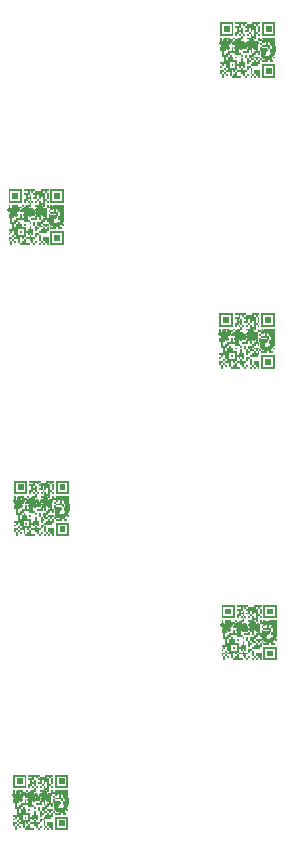
<source format=gbr>
%TF.GenerationSoftware,KiCad,Pcbnew,(6.0.4)*%
%TF.CreationDate,2022-07-15T22:22:15+03:00*%
%TF.ProjectId,panelized,70616e65-6c69-47a6-9564-2e6b69636164,rev?*%
%TF.SameCoordinates,Original*%
%TF.FileFunction,Legend,Bot*%
%TF.FilePolarity,Positive*%
%FSLAX46Y46*%
G04 Gerber Fmt 4.6, Leading zero omitted, Abs format (unit mm)*
G04 Created by KiCad (PCBNEW (6.0.4)) date 2022-07-15 22:22:15*
%MOMM*%
%LPD*%
G01*
G04 APERTURE LIST*
%ADD10C,0.300000*%
%ADD11C,0.600000*%
%ADD12R,1.700000X1.700000*%
%ADD13O,1.700000X1.700000*%
%ADD14C,1.400000*%
%ADD15O,1.400000X1.400000*%
%ADD16C,1.500000*%
%ADD17C,1.600000*%
%ADD18O,1.600000X1.600000*%
%ADD19R,1.050000X1.500000*%
%ADD20O,1.050000X1.500000*%
G04 APERTURE END LIST*
D10*
%TO.C,G\u002A\u002A\u002A*%
X82927371Y-93167200D02*
X83072514Y-93094628D01*
X83290228Y-93094628D01*
X83507942Y-93167200D01*
X83653085Y-93312342D01*
X83725657Y-93457485D01*
X83798228Y-93747771D01*
X83798228Y-93965485D01*
X83725657Y-94255771D01*
X83653085Y-94400914D01*
X83507942Y-94546057D01*
X83290228Y-94618628D01*
X83145085Y-94618628D01*
X82927371Y-94546057D01*
X82854800Y-94473485D01*
X82854800Y-93965485D01*
X83145085Y-93965485D01*
X81983942Y-93094628D02*
X81983942Y-93457485D01*
X82346800Y-93312342D02*
X81983942Y-93457485D01*
X81621085Y-93312342D01*
X82201657Y-93747771D02*
X81983942Y-93457485D01*
X81766228Y-93747771D01*
X80822800Y-93094628D02*
X80822800Y-93457485D01*
X81185657Y-93312342D02*
X80822800Y-93457485D01*
X80459942Y-93312342D01*
X81040514Y-93747771D02*
X80822800Y-93457485D01*
X80605085Y-93747771D01*
X79661657Y-93094628D02*
X79661657Y-93457485D01*
X80024514Y-93312342D02*
X79661657Y-93457485D01*
X79298800Y-93312342D01*
X79879371Y-93747771D02*
X79661657Y-93457485D01*
X79443942Y-93747771D01*
X100834371Y-79019400D02*
X100979514Y-78946828D01*
X101197228Y-78946828D01*
X101414942Y-79019400D01*
X101560085Y-79164542D01*
X101632657Y-79309685D01*
X101705228Y-79599971D01*
X101705228Y-79817685D01*
X101632657Y-80107971D01*
X101560085Y-80253114D01*
X101414942Y-80398257D01*
X101197228Y-80470828D01*
X101052085Y-80470828D01*
X100834371Y-80398257D01*
X100761800Y-80325685D01*
X100761800Y-79817685D01*
X101052085Y-79817685D01*
X99890942Y-78946828D02*
X99890942Y-79309685D01*
X100253800Y-79164542D02*
X99890942Y-79309685D01*
X99528085Y-79164542D01*
X100108657Y-79599971D02*
X99890942Y-79309685D01*
X99673228Y-79599971D01*
X98729800Y-78946828D02*
X98729800Y-79309685D01*
X99092657Y-79164542D02*
X98729800Y-79309685D01*
X98366942Y-79164542D01*
X98947514Y-79599971D02*
X98729800Y-79309685D01*
X98512085Y-79599971D01*
X97568657Y-78946828D02*
X97568657Y-79309685D01*
X97931514Y-79164542D02*
X97568657Y-79309685D01*
X97205800Y-79164542D01*
X97786371Y-79599971D02*
X97568657Y-79309685D01*
X97350942Y-79599971D01*
X100783571Y-103657400D02*
X100928714Y-103584828D01*
X101146428Y-103584828D01*
X101364142Y-103657400D01*
X101509285Y-103802542D01*
X101581857Y-103947685D01*
X101654428Y-104237971D01*
X101654428Y-104455685D01*
X101581857Y-104745971D01*
X101509285Y-104891114D01*
X101364142Y-105036257D01*
X101146428Y-105108828D01*
X101001285Y-105108828D01*
X100783571Y-105036257D01*
X100711000Y-104963685D01*
X100711000Y-104455685D01*
X101001285Y-104455685D01*
X99840142Y-103584828D02*
X99840142Y-103947685D01*
X100203000Y-103802542D02*
X99840142Y-103947685D01*
X99477285Y-103802542D01*
X100057857Y-104237971D02*
X99840142Y-103947685D01*
X99622428Y-104237971D01*
X98679000Y-103584828D02*
X98679000Y-103947685D01*
X99041857Y-103802542D02*
X98679000Y-103947685D01*
X98316142Y-103802542D01*
X98896714Y-104237971D02*
X98679000Y-103947685D01*
X98461285Y-104237971D01*
X97517857Y-103584828D02*
X97517857Y-103947685D01*
X97880714Y-103802542D02*
X97517857Y-103947685D01*
X97155000Y-103802542D01*
X97735571Y-104237971D02*
X97517857Y-103947685D01*
X97300142Y-104237971D01*
X83384571Y-117830600D02*
X83529714Y-117758028D01*
X83747428Y-117758028D01*
X83965142Y-117830600D01*
X84110285Y-117975742D01*
X84182857Y-118120885D01*
X84255428Y-118411171D01*
X84255428Y-118628885D01*
X84182857Y-118919171D01*
X84110285Y-119064314D01*
X83965142Y-119209457D01*
X83747428Y-119282028D01*
X83602285Y-119282028D01*
X83384571Y-119209457D01*
X83312000Y-119136885D01*
X83312000Y-118628885D01*
X83602285Y-118628885D01*
X82441142Y-117758028D02*
X82441142Y-118120885D01*
X82804000Y-117975742D02*
X82441142Y-118120885D01*
X82078285Y-117975742D01*
X82658857Y-118411171D02*
X82441142Y-118120885D01*
X82223428Y-118411171D01*
X81280000Y-117758028D02*
X81280000Y-118120885D01*
X81642857Y-117975742D02*
X81280000Y-118120885D01*
X80917142Y-117975742D01*
X81497714Y-118411171D02*
X81280000Y-118120885D01*
X81062285Y-118411171D01*
X80118857Y-117758028D02*
X80118857Y-118120885D01*
X80481714Y-117975742D02*
X80118857Y-118120885D01*
X79756000Y-117975742D01*
X80336571Y-118411171D02*
X80118857Y-118120885D01*
X79901142Y-118411171D01*
X83308371Y-142722600D02*
X83453514Y-142650028D01*
X83671228Y-142650028D01*
X83888942Y-142722600D01*
X84034085Y-142867742D01*
X84106657Y-143012885D01*
X84179228Y-143303171D01*
X84179228Y-143520885D01*
X84106657Y-143811171D01*
X84034085Y-143956314D01*
X83888942Y-144101457D01*
X83671228Y-144174028D01*
X83526085Y-144174028D01*
X83308371Y-144101457D01*
X83235800Y-144028885D01*
X83235800Y-143520885D01*
X83526085Y-143520885D01*
X82364942Y-142650028D02*
X82364942Y-143012885D01*
X82727800Y-142867742D02*
X82364942Y-143012885D01*
X82002085Y-142867742D01*
X82582657Y-143303171D02*
X82364942Y-143012885D01*
X82147228Y-143303171D01*
X81203800Y-142650028D02*
X81203800Y-143012885D01*
X81566657Y-142867742D02*
X81203800Y-143012885D01*
X80840942Y-142867742D01*
X81421514Y-143303171D02*
X81203800Y-143012885D01*
X80986085Y-143303171D01*
X80042657Y-142650028D02*
X80042657Y-143012885D01*
X80405514Y-142867742D02*
X80042657Y-143012885D01*
X79679800Y-142867742D01*
X80260371Y-143303171D02*
X80042657Y-143012885D01*
X79824942Y-143303171D01*
X100961371Y-128346200D02*
X101106514Y-128273628D01*
X101324228Y-128273628D01*
X101541942Y-128346200D01*
X101687085Y-128491342D01*
X101759657Y-128636485D01*
X101832228Y-128926771D01*
X101832228Y-129144485D01*
X101759657Y-129434771D01*
X101687085Y-129579914D01*
X101541942Y-129725057D01*
X101324228Y-129797628D01*
X101179085Y-129797628D01*
X100961371Y-129725057D01*
X100888800Y-129652485D01*
X100888800Y-129144485D01*
X101179085Y-129144485D01*
X100017942Y-128273628D02*
X100017942Y-128636485D01*
X100380800Y-128491342D02*
X100017942Y-128636485D01*
X99655085Y-128491342D01*
X100235657Y-128926771D02*
X100017942Y-128636485D01*
X99800228Y-128926771D01*
X98856800Y-128273628D02*
X98856800Y-128636485D01*
X99219657Y-128491342D02*
X98856800Y-128636485D01*
X98493942Y-128491342D01*
X99074514Y-128926771D02*
X98856800Y-128636485D01*
X98639085Y-128926771D01*
X97695657Y-128273628D02*
X97695657Y-128636485D01*
X98058514Y-128491342D02*
X97695657Y-128636485D01*
X97332800Y-128491342D01*
X97913371Y-128926771D02*
X97695657Y-128636485D01*
X97477942Y-128926771D01*
G36*
X79404584Y-93528354D02*
G01*
X79243268Y-93528354D01*
X79243268Y-93367037D01*
X79404584Y-93367037D01*
X79404584Y-93528354D01*
G37*
G36*
X83921443Y-94657568D02*
G01*
X83760127Y-94657568D01*
X83760127Y-94496252D01*
X83921443Y-94496252D01*
X83921443Y-94657568D01*
G37*
G36*
X81501697Y-94657568D02*
G01*
X81340381Y-94657568D01*
X81340381Y-94334936D01*
X81501697Y-94334936D01*
X81501697Y-94657568D01*
G37*
G36*
X83598810Y-92399139D02*
G01*
X83114861Y-92399139D01*
X83114861Y-91915190D01*
X83598810Y-91915190D01*
X83598810Y-92399139D01*
G37*
G36*
X82953545Y-93044404D02*
G01*
X82792228Y-93044404D01*
X82792228Y-92883088D01*
X82953545Y-92883088D01*
X82953545Y-93044404D01*
G37*
G36*
X81340381Y-92721772D02*
G01*
X81179064Y-92721772D01*
X81179064Y-92560455D01*
X81340381Y-92560455D01*
X81340381Y-92721772D01*
G37*
G36*
X81985646Y-96270732D02*
G01*
X81824330Y-96270732D01*
X81824330Y-96109416D01*
X81985646Y-96109416D01*
X81985646Y-96270732D01*
G37*
G36*
X79404584Y-95464150D02*
G01*
X79243268Y-95464150D01*
X79243268Y-95302834D01*
X79404584Y-95302834D01*
X79404584Y-95464150D01*
G37*
G36*
X79404584Y-93205721D02*
G01*
X79243268Y-93205721D01*
X79243268Y-92883088D01*
X79404584Y-92883088D01*
X79404584Y-93205721D01*
G37*
G36*
X83114861Y-94334936D02*
G01*
X82792228Y-94334936D01*
X82792228Y-94173619D01*
X82953545Y-94173619D01*
X82953545Y-94012303D01*
X83114861Y-94012303D01*
X83114861Y-94334936D01*
G37*
G36*
X81179064Y-93367037D02*
G01*
X80856432Y-93367037D01*
X80856432Y-93205721D01*
X81179064Y-93205721D01*
X81179064Y-93367037D01*
G37*
G36*
X80372482Y-95302834D02*
G01*
X80211166Y-95302834D01*
X80211166Y-95141518D01*
X80372482Y-95141518D01*
X80372482Y-95302834D01*
G37*
G36*
X80695115Y-94657568D02*
G01*
X80533799Y-94657568D01*
X80533799Y-94496252D01*
X80695115Y-94496252D01*
X80695115Y-94657568D01*
G37*
G36*
X81985646Y-95948100D02*
G01*
X81824330Y-95948100D01*
X81824330Y-95464150D01*
X81985646Y-95464150D01*
X81985646Y-95948100D01*
G37*
G36*
X79243268Y-92721772D02*
G01*
X79243268Y-92560455D01*
X79404584Y-92560455D01*
X80211166Y-92560455D01*
X80211166Y-91753873D01*
X79404584Y-91753873D01*
X79404584Y-92560455D01*
X79243268Y-92560455D01*
X79243268Y-91592557D01*
X80372482Y-91592557D01*
X80372482Y-92721772D01*
X79243268Y-92721772D01*
G37*
G36*
X82792228Y-94818885D02*
G01*
X82630912Y-94818885D01*
X82630912Y-94657568D01*
X82792228Y-94657568D01*
X82792228Y-94818885D01*
G37*
G36*
X81501697Y-96270732D02*
G01*
X81340381Y-96270732D01*
X81340381Y-96109416D01*
X81501697Y-96109416D01*
X81501697Y-96270732D01*
G37*
G36*
X82630912Y-93044404D02*
G01*
X82792228Y-93044404D01*
X82792228Y-93205721D01*
X82469596Y-93205721D01*
X82469596Y-92883088D01*
X82630912Y-92883088D01*
X82630912Y-93044404D01*
G37*
G36*
X81179064Y-94496252D02*
G01*
X81017748Y-94496252D01*
X81017748Y-94334936D01*
X81179064Y-94334936D01*
X81179064Y-94496252D01*
G37*
G36*
X81663014Y-94818885D02*
G01*
X81824330Y-94818885D01*
X81824330Y-94980201D01*
X81663014Y-94980201D01*
X81663014Y-95141518D01*
X81501697Y-95141518D01*
X81501697Y-94657568D01*
X81663014Y-94657568D01*
X81663014Y-94818885D01*
G37*
G36*
X83598810Y-94496252D02*
G01*
X83437494Y-94496252D01*
X83437494Y-94334936D01*
X83598810Y-94334936D01*
X83598810Y-94496252D01*
G37*
G36*
X83598810Y-95948100D02*
G01*
X83114861Y-95948100D01*
X83114861Y-95464150D01*
X83598810Y-95464150D01*
X83598810Y-95948100D01*
G37*
G36*
X80533799Y-93528354D02*
G01*
X80211166Y-93528354D01*
X80211166Y-93367037D01*
X80372482Y-93367037D01*
X80372482Y-93205721D01*
X80533799Y-93205721D01*
X80533799Y-93528354D01*
G37*
G36*
X82792228Y-92721772D02*
G01*
X82792228Y-92560455D01*
X82953545Y-92560455D01*
X83760127Y-92560455D01*
X83760127Y-91753873D01*
X82953545Y-91753873D01*
X82953545Y-92560455D01*
X82792228Y-92560455D01*
X82792228Y-91592557D01*
X83921443Y-91592557D01*
X83921443Y-92721772D01*
X82792228Y-92721772D01*
G37*
G36*
X82953545Y-93367037D02*
G01*
X82792228Y-93367037D01*
X82792228Y-93205721D01*
X82953545Y-93205721D01*
X82953545Y-93367037D01*
G37*
G36*
X81017748Y-92721772D02*
G01*
X81179064Y-92721772D01*
X81179064Y-93044404D01*
X80856432Y-93044404D01*
X80856432Y-93205721D01*
X80533799Y-93205721D01*
X80533799Y-93044404D01*
X80372482Y-93044404D01*
X80372482Y-93205721D01*
X80211166Y-93205721D01*
X80211166Y-93367037D01*
X80049850Y-93367037D01*
X80049850Y-93528354D01*
X79888533Y-93528354D01*
X79888533Y-93689670D01*
X79727217Y-93689670D01*
X79727217Y-94012303D01*
X79565900Y-94012303D01*
X79565900Y-94334936D01*
X79727217Y-94334936D01*
X79727217Y-94173619D01*
X79888533Y-94173619D01*
X79888533Y-94012303D01*
X80211166Y-94012303D01*
X80211166Y-93689670D01*
X80372482Y-93689670D01*
X80372482Y-94012303D01*
X80533799Y-94012303D01*
X80533799Y-93850986D01*
X80695115Y-93850986D01*
X80695115Y-93367037D01*
X80856432Y-93367037D01*
X80856432Y-94173619D01*
X81017748Y-94173619D01*
X81017748Y-94334936D01*
X80533799Y-94334936D01*
X80533799Y-94173619D01*
X80049850Y-94173619D01*
X80049850Y-94334936D01*
X79888533Y-94334936D01*
X79888533Y-94496252D01*
X79727217Y-94496252D01*
X79727217Y-94818885D01*
X79888533Y-94818885D01*
X79888533Y-94496252D01*
X80049850Y-94496252D01*
X80049850Y-94334936D01*
X80211166Y-94334936D01*
X80211166Y-94496252D01*
X80372482Y-94496252D01*
X80372482Y-94818885D01*
X80695115Y-94818885D01*
X80695115Y-95141518D01*
X80856432Y-95141518D01*
X80856432Y-94980201D01*
X81017748Y-94980201D01*
X81017748Y-94657568D01*
X81179064Y-94657568D01*
X81179064Y-94980201D01*
X81340381Y-94980201D01*
X81340381Y-95464150D01*
X81179064Y-95464150D01*
X81179064Y-95302834D01*
X81017748Y-95302834D01*
X81017748Y-95464150D01*
X81179064Y-95464150D01*
X81179064Y-95625467D01*
X81501697Y-95625467D01*
X81501697Y-95302834D01*
X81824330Y-95302834D01*
X81824330Y-95141518D01*
X81985646Y-95141518D01*
X81985646Y-94980201D01*
X82146963Y-94980201D01*
X82146963Y-94818885D01*
X81824330Y-94818885D01*
X81824330Y-94657568D01*
X81663014Y-94657568D01*
X81663014Y-94334936D01*
X81985646Y-94334936D01*
X81985646Y-94173619D01*
X82146963Y-94173619D01*
X82146963Y-94012303D01*
X82308279Y-94012303D01*
X82308279Y-93689670D01*
X82146963Y-93689670D01*
X82146963Y-93367037D01*
X81985646Y-93367037D01*
X81985646Y-93044404D01*
X82146963Y-93044404D01*
X82146963Y-93205721D01*
X82469596Y-93205721D01*
X82469596Y-94012303D01*
X82630912Y-94012303D01*
X82630912Y-94334936D01*
X82469596Y-94334936D01*
X82469596Y-94173619D01*
X82308279Y-94173619D01*
X82308279Y-94334936D01*
X82146963Y-94334936D01*
X82146963Y-94496252D01*
X81985646Y-94496252D01*
X81985646Y-94657568D01*
X82146963Y-94657568D01*
X82146963Y-94818885D01*
X82308279Y-94818885D01*
X82308279Y-94980201D01*
X82469596Y-94980201D01*
X82469596Y-94818885D01*
X82630912Y-94818885D01*
X82630912Y-95141518D01*
X82469596Y-95141518D01*
X82469596Y-95302834D01*
X81824330Y-95302834D01*
X81824330Y-95464150D01*
X81663014Y-95464150D01*
X81663014Y-95625467D01*
X81501697Y-95625467D01*
X81501697Y-95786783D01*
X81340381Y-95786783D01*
X81340381Y-96109416D01*
X81179064Y-96109416D01*
X81179064Y-95948100D01*
X81017748Y-95948100D01*
X81017748Y-95786783D01*
X80695115Y-95786783D01*
X80695115Y-95625467D01*
X81017748Y-95625467D01*
X81017748Y-95464150D01*
X80856432Y-95464150D01*
X80856432Y-95302834D01*
X80695115Y-95302834D01*
X80695115Y-95625467D01*
X80533799Y-95625467D01*
X80533799Y-95786783D01*
X80695115Y-95786783D01*
X80695115Y-96109416D01*
X81017748Y-96109416D01*
X81017748Y-96270732D01*
X80211166Y-96270732D01*
X80211166Y-96109416D01*
X80372482Y-96109416D01*
X80372482Y-95948100D01*
X80533799Y-95948100D01*
X80533799Y-95786783D01*
X80372482Y-95786783D01*
X80372482Y-95625467D01*
X80211166Y-95625467D01*
X80211166Y-96109416D01*
X80049850Y-96109416D01*
X80049850Y-95786783D01*
X79727217Y-95786783D01*
X79727217Y-95625467D01*
X79888533Y-95625467D01*
X79888533Y-95464150D01*
X80049850Y-95464150D01*
X80533799Y-95464150D01*
X80533799Y-94980201D01*
X80049850Y-94980201D01*
X80049850Y-95464150D01*
X79888533Y-95464150D01*
X79727217Y-95464150D01*
X79727217Y-95625467D01*
X79565900Y-95625467D01*
X79565900Y-95464150D01*
X79727217Y-95464150D01*
X79727217Y-95141518D01*
X79565900Y-95141518D01*
X79565900Y-95302834D01*
X79404584Y-95302834D01*
X79404584Y-95141518D01*
X79243268Y-95141518D01*
X79243268Y-94980201D01*
X79565900Y-94980201D01*
X79565900Y-94496252D01*
X79404584Y-94496252D01*
X79404584Y-94012303D01*
X79243268Y-94012303D01*
X79243268Y-93689670D01*
X79565900Y-93689670D01*
X79565900Y-93528354D01*
X79888533Y-93528354D01*
X79888533Y-93367037D01*
X80049850Y-93367037D01*
X80049850Y-93205721D01*
X79888533Y-93205721D01*
X79888533Y-93044404D01*
X79565900Y-93044404D01*
X79565900Y-92883088D01*
X80049850Y-92883088D01*
X80049850Y-93044404D01*
X80372482Y-93044404D01*
X80372482Y-92883088D01*
X80533799Y-92883088D01*
X80533799Y-93044404D01*
X80856432Y-93044404D01*
X80856432Y-92883088D01*
X81017748Y-92883088D01*
X81017748Y-92721772D01*
X80856432Y-92721772D01*
X80856432Y-92560455D01*
X81017748Y-92560455D01*
X81017748Y-92721772D01*
G37*
G36*
X81017748Y-92076506D02*
G01*
X81179064Y-92076506D01*
X81179064Y-92560455D01*
X81017748Y-92560455D01*
X81017748Y-92399139D01*
X80856432Y-92399139D01*
X80856432Y-92560455D01*
X80695115Y-92560455D01*
X80695115Y-92721772D01*
X80533799Y-92721772D01*
X80533799Y-92399139D01*
X80695115Y-92399139D01*
X80695115Y-92076506D01*
X80533799Y-92076506D01*
X80533799Y-91915190D01*
X80856432Y-91915190D01*
X80856432Y-91753873D01*
X80533799Y-91753873D01*
X80533799Y-91592557D01*
X81501697Y-91592557D01*
X81501697Y-91753873D01*
X81985646Y-91753873D01*
X81985646Y-91592557D01*
X82630912Y-91592557D01*
X82630912Y-91753873D01*
X82469596Y-91753873D01*
X82469596Y-91915190D01*
X82630912Y-91915190D01*
X82630912Y-92399139D01*
X82469596Y-92399139D01*
X82469596Y-91915190D01*
X82308279Y-91915190D01*
X82308279Y-91753873D01*
X82146963Y-91753873D01*
X82146963Y-91915190D01*
X82308279Y-91915190D01*
X82308279Y-92399139D01*
X82469596Y-92399139D01*
X82469596Y-92560455D01*
X82308279Y-92560455D01*
X82308279Y-93044404D01*
X82146963Y-93044404D01*
X82146963Y-92883088D01*
X81985646Y-92883088D01*
X81985646Y-93044404D01*
X81824330Y-93044404D01*
X81824330Y-93528354D01*
X81663014Y-93528354D01*
X81663014Y-93044404D01*
X81501697Y-93044404D01*
X81501697Y-92883088D01*
X81824330Y-92883088D01*
X81824330Y-92560455D01*
X81985646Y-92560455D01*
X81985646Y-92721772D01*
X82146963Y-92721772D01*
X82146963Y-92237822D01*
X81985646Y-92237822D01*
X81985646Y-92399139D01*
X81824330Y-92399139D01*
X81824330Y-92076506D01*
X81663014Y-92076506D01*
X81663014Y-92399139D01*
X81340381Y-92399139D01*
X81340381Y-92237822D01*
X81501697Y-92237822D01*
X81501697Y-92076506D01*
X81340381Y-92076506D01*
X81340381Y-91915190D01*
X81501697Y-91915190D01*
X81501697Y-91753873D01*
X81340381Y-91753873D01*
X81340381Y-91915190D01*
X81179064Y-91915190D01*
X81179064Y-91753873D01*
X81017748Y-91753873D01*
X81017748Y-92076506D01*
X80856432Y-92076506D01*
X80856432Y-92237822D01*
X81017748Y-92237822D01*
X81017748Y-92076506D01*
G37*
G36*
X81663014Y-96109416D02*
G01*
X81501697Y-96109416D01*
X81501697Y-95948100D01*
X81663014Y-95948100D01*
X81663014Y-96109416D01*
G37*
G36*
X82792228Y-93528354D02*
G01*
X82630912Y-93528354D01*
X82630912Y-93367037D01*
X82792228Y-93367037D01*
X82792228Y-93528354D01*
G37*
G36*
X81663014Y-92721772D02*
G01*
X81501697Y-92721772D01*
X81501697Y-92560455D01*
X81663014Y-92560455D01*
X81663014Y-92721772D01*
G37*
G36*
X81824330Y-92560455D02*
G01*
X81663014Y-92560455D01*
X81663014Y-92399139D01*
X81824330Y-92399139D01*
X81824330Y-92560455D01*
G37*
G36*
X82630912Y-96270732D02*
G01*
X82469596Y-96270732D01*
X82469596Y-96109416D01*
X82308279Y-96109416D01*
X82308279Y-95948100D01*
X82146963Y-95948100D01*
X82146963Y-96109416D01*
X82308279Y-96109416D01*
X82308279Y-96270732D01*
X82146963Y-96270732D01*
X82146963Y-96109416D01*
X81985646Y-96109416D01*
X81985646Y-95948100D01*
X82146963Y-95948100D01*
X82146963Y-95625467D01*
X82630912Y-95625467D01*
X82630912Y-96270732D01*
G37*
G36*
X82630912Y-94657568D02*
G01*
X82469596Y-94657568D01*
X82469596Y-94818885D01*
X82308279Y-94818885D01*
X82308279Y-94657568D01*
X82146963Y-94657568D01*
X82146963Y-94496252D01*
X82630912Y-94496252D01*
X82630912Y-94657568D01*
G37*
G36*
X79888533Y-96109416D02*
G01*
X79727217Y-96109416D01*
X79727217Y-95948100D01*
X79888533Y-95948100D01*
X79888533Y-96109416D01*
G37*
G36*
X82792228Y-93850986D02*
G01*
X82953545Y-93850986D01*
X82953545Y-94012303D01*
X82630912Y-94012303D01*
X82630912Y-93689670D01*
X82792228Y-93689670D01*
X82792228Y-93850986D01*
G37*
G36*
X83437494Y-94657568D02*
G01*
X83598810Y-94657568D01*
X83598810Y-94818885D01*
X83760127Y-94818885D01*
X83760127Y-94980201D01*
X83437494Y-94980201D01*
X83437494Y-94818885D01*
X83276178Y-94818885D01*
X83276178Y-94980201D01*
X82792228Y-94980201D01*
X82792228Y-94818885D01*
X83114861Y-94818885D01*
X83114861Y-94657568D01*
X82792228Y-94657568D01*
X82792228Y-94496252D01*
X83437494Y-94496252D01*
X83437494Y-94657568D01*
G37*
G36*
X81985646Y-93689670D02*
G01*
X81985646Y-94173619D01*
X81824330Y-94173619D01*
X81824330Y-93850986D01*
X81663014Y-93850986D01*
X81663014Y-93689670D01*
X81985646Y-93689670D01*
G37*
G36*
X81501697Y-93528354D02*
G01*
X81663014Y-93528354D01*
X81663014Y-93689670D01*
X81501697Y-93689670D01*
X81501697Y-93850986D01*
X81663014Y-93850986D01*
X81663014Y-94173619D01*
X81179064Y-94173619D01*
X81179064Y-94012303D01*
X81501697Y-94012303D01*
X81501697Y-93850986D01*
X81017748Y-93850986D01*
X81017748Y-93528354D01*
X81179064Y-93528354D01*
X81179064Y-93367037D01*
X81501697Y-93367037D01*
X81501697Y-93528354D01*
G37*
G36*
X82792228Y-96270732D02*
G01*
X82792228Y-96109416D01*
X82953545Y-96109416D01*
X83760127Y-96109416D01*
X83760127Y-95302834D01*
X82953545Y-95302834D01*
X82953545Y-96109416D01*
X82792228Y-96109416D01*
X82792228Y-95141518D01*
X83921443Y-95141518D01*
X83921443Y-96270732D01*
X82792228Y-96270732D01*
G37*
G36*
X80049850Y-92399139D02*
G01*
X79565900Y-92399139D01*
X79565900Y-91915190D01*
X80049850Y-91915190D01*
X80049850Y-92399139D01*
G37*
G36*
X82630912Y-92721772D02*
G01*
X82469596Y-92721772D01*
X82469596Y-92560455D01*
X82630912Y-92560455D01*
X82630912Y-92721772D01*
G37*
G36*
X79727217Y-93367037D02*
G01*
X79404584Y-93367037D01*
X79404584Y-93205721D01*
X79727217Y-93205721D01*
X79727217Y-93367037D01*
G37*
G36*
X79565900Y-95786783D02*
G01*
X79404584Y-95786783D01*
X79404584Y-95948100D01*
X79565900Y-95948100D01*
X79565900Y-96270732D01*
X79404584Y-96270732D01*
X79404584Y-95948100D01*
X79243268Y-95948100D01*
X79243268Y-95625467D01*
X79565900Y-95625467D01*
X79565900Y-95786783D01*
G37*
G36*
X79727217Y-95786783D02*
G01*
X79727217Y-95948100D01*
X79565900Y-95948100D01*
X79565900Y-95786783D01*
X79727217Y-95786783D01*
G37*
G36*
X83921443Y-94012303D02*
G01*
X83921443Y-94334936D01*
X83598810Y-94334936D01*
X83598810Y-94173619D01*
X83437494Y-94173619D01*
X83437494Y-93850986D01*
X83598810Y-93850986D01*
X83598810Y-93528354D01*
X83437494Y-93528354D01*
X83437494Y-93850986D01*
X83276178Y-93850986D01*
X83276178Y-93689670D01*
X82792228Y-93689670D01*
X82792228Y-93528354D01*
X83114861Y-93528354D01*
X83276178Y-93528354D01*
X83437494Y-93528354D01*
X83437494Y-93367037D01*
X83598810Y-93367037D01*
X83598810Y-93205721D01*
X83276178Y-93205721D01*
X83276178Y-93528354D01*
X83114861Y-93528354D01*
X83114861Y-93044404D01*
X83276178Y-93044404D01*
X83276178Y-92883088D01*
X83921443Y-92883088D01*
X83921443Y-93850986D01*
X83760127Y-93850986D01*
X83760127Y-94012303D01*
X83921443Y-94012303D01*
G37*
G36*
X97311584Y-79380554D02*
G01*
X97150268Y-79380554D01*
X97150268Y-79219237D01*
X97311584Y-79219237D01*
X97311584Y-79380554D01*
G37*
G36*
X101828443Y-80509768D02*
G01*
X101667127Y-80509768D01*
X101667127Y-80348452D01*
X101828443Y-80348452D01*
X101828443Y-80509768D01*
G37*
G36*
X99408697Y-80509768D02*
G01*
X99247381Y-80509768D01*
X99247381Y-80187136D01*
X99408697Y-80187136D01*
X99408697Y-80509768D01*
G37*
G36*
X101505810Y-78251339D02*
G01*
X101021861Y-78251339D01*
X101021861Y-77767390D01*
X101505810Y-77767390D01*
X101505810Y-78251339D01*
G37*
G36*
X100860545Y-78896604D02*
G01*
X100699228Y-78896604D01*
X100699228Y-78735288D01*
X100860545Y-78735288D01*
X100860545Y-78896604D01*
G37*
G36*
X99247381Y-78573972D02*
G01*
X99086064Y-78573972D01*
X99086064Y-78412655D01*
X99247381Y-78412655D01*
X99247381Y-78573972D01*
G37*
G36*
X99892646Y-82122932D02*
G01*
X99731330Y-82122932D01*
X99731330Y-81961616D01*
X99892646Y-81961616D01*
X99892646Y-82122932D01*
G37*
G36*
X97311584Y-81316350D02*
G01*
X97150268Y-81316350D01*
X97150268Y-81155034D01*
X97311584Y-81155034D01*
X97311584Y-81316350D01*
G37*
G36*
X97311584Y-79057921D02*
G01*
X97150268Y-79057921D01*
X97150268Y-78735288D01*
X97311584Y-78735288D01*
X97311584Y-79057921D01*
G37*
G36*
X101021861Y-80187136D02*
G01*
X100699228Y-80187136D01*
X100699228Y-80025819D01*
X100860545Y-80025819D01*
X100860545Y-79864503D01*
X101021861Y-79864503D01*
X101021861Y-80187136D01*
G37*
G36*
X99086064Y-79219237D02*
G01*
X98763432Y-79219237D01*
X98763432Y-79057921D01*
X99086064Y-79057921D01*
X99086064Y-79219237D01*
G37*
G36*
X98279482Y-81155034D02*
G01*
X98118166Y-81155034D01*
X98118166Y-80993718D01*
X98279482Y-80993718D01*
X98279482Y-81155034D01*
G37*
G36*
X98602115Y-80509768D02*
G01*
X98440799Y-80509768D01*
X98440799Y-80348452D01*
X98602115Y-80348452D01*
X98602115Y-80509768D01*
G37*
G36*
X99892646Y-81800300D02*
G01*
X99731330Y-81800300D01*
X99731330Y-81316350D01*
X99892646Y-81316350D01*
X99892646Y-81800300D01*
G37*
G36*
X97150268Y-78573972D02*
G01*
X97150268Y-78412655D01*
X97311584Y-78412655D01*
X98118166Y-78412655D01*
X98118166Y-77606073D01*
X97311584Y-77606073D01*
X97311584Y-78412655D01*
X97150268Y-78412655D01*
X97150268Y-77444757D01*
X98279482Y-77444757D01*
X98279482Y-78573972D01*
X97150268Y-78573972D01*
G37*
G36*
X100699228Y-80671085D02*
G01*
X100537912Y-80671085D01*
X100537912Y-80509768D01*
X100699228Y-80509768D01*
X100699228Y-80671085D01*
G37*
G36*
X99408697Y-82122932D02*
G01*
X99247381Y-82122932D01*
X99247381Y-81961616D01*
X99408697Y-81961616D01*
X99408697Y-82122932D01*
G37*
G36*
X100537912Y-78896604D02*
G01*
X100699228Y-78896604D01*
X100699228Y-79057921D01*
X100376596Y-79057921D01*
X100376596Y-78735288D01*
X100537912Y-78735288D01*
X100537912Y-78896604D01*
G37*
G36*
X99086064Y-80348452D02*
G01*
X98924748Y-80348452D01*
X98924748Y-80187136D01*
X99086064Y-80187136D01*
X99086064Y-80348452D01*
G37*
G36*
X99570014Y-80671085D02*
G01*
X99731330Y-80671085D01*
X99731330Y-80832401D01*
X99570014Y-80832401D01*
X99570014Y-80993718D01*
X99408697Y-80993718D01*
X99408697Y-80509768D01*
X99570014Y-80509768D01*
X99570014Y-80671085D01*
G37*
G36*
X101505810Y-80348452D02*
G01*
X101344494Y-80348452D01*
X101344494Y-80187136D01*
X101505810Y-80187136D01*
X101505810Y-80348452D01*
G37*
G36*
X101505810Y-81800300D02*
G01*
X101021861Y-81800300D01*
X101021861Y-81316350D01*
X101505810Y-81316350D01*
X101505810Y-81800300D01*
G37*
G36*
X98440799Y-79380554D02*
G01*
X98118166Y-79380554D01*
X98118166Y-79219237D01*
X98279482Y-79219237D01*
X98279482Y-79057921D01*
X98440799Y-79057921D01*
X98440799Y-79380554D01*
G37*
G36*
X100699228Y-78573972D02*
G01*
X100699228Y-78412655D01*
X100860545Y-78412655D01*
X101667127Y-78412655D01*
X101667127Y-77606073D01*
X100860545Y-77606073D01*
X100860545Y-78412655D01*
X100699228Y-78412655D01*
X100699228Y-77444757D01*
X101828443Y-77444757D01*
X101828443Y-78573972D01*
X100699228Y-78573972D01*
G37*
G36*
X100860545Y-79219237D02*
G01*
X100699228Y-79219237D01*
X100699228Y-79057921D01*
X100860545Y-79057921D01*
X100860545Y-79219237D01*
G37*
G36*
X98924748Y-78573972D02*
G01*
X99086064Y-78573972D01*
X99086064Y-78896604D01*
X98763432Y-78896604D01*
X98763432Y-79057921D01*
X98440799Y-79057921D01*
X98440799Y-78896604D01*
X98279482Y-78896604D01*
X98279482Y-79057921D01*
X98118166Y-79057921D01*
X98118166Y-79219237D01*
X97956850Y-79219237D01*
X97956850Y-79380554D01*
X97795533Y-79380554D01*
X97795533Y-79541870D01*
X97634217Y-79541870D01*
X97634217Y-79864503D01*
X97472900Y-79864503D01*
X97472900Y-80187136D01*
X97634217Y-80187136D01*
X97634217Y-80025819D01*
X97795533Y-80025819D01*
X97795533Y-79864503D01*
X98118166Y-79864503D01*
X98118166Y-79541870D01*
X98279482Y-79541870D01*
X98279482Y-79864503D01*
X98440799Y-79864503D01*
X98440799Y-79703186D01*
X98602115Y-79703186D01*
X98602115Y-79219237D01*
X98763432Y-79219237D01*
X98763432Y-80025819D01*
X98924748Y-80025819D01*
X98924748Y-80187136D01*
X98440799Y-80187136D01*
X98440799Y-80025819D01*
X97956850Y-80025819D01*
X97956850Y-80187136D01*
X97795533Y-80187136D01*
X97795533Y-80348452D01*
X97634217Y-80348452D01*
X97634217Y-80671085D01*
X97795533Y-80671085D01*
X97795533Y-80348452D01*
X97956850Y-80348452D01*
X97956850Y-80187136D01*
X98118166Y-80187136D01*
X98118166Y-80348452D01*
X98279482Y-80348452D01*
X98279482Y-80671085D01*
X98602115Y-80671085D01*
X98602115Y-80993718D01*
X98763432Y-80993718D01*
X98763432Y-80832401D01*
X98924748Y-80832401D01*
X98924748Y-80509768D01*
X99086064Y-80509768D01*
X99086064Y-80832401D01*
X99247381Y-80832401D01*
X99247381Y-81316350D01*
X99086064Y-81316350D01*
X99086064Y-81155034D01*
X98924748Y-81155034D01*
X98924748Y-81316350D01*
X99086064Y-81316350D01*
X99086064Y-81477667D01*
X99408697Y-81477667D01*
X99408697Y-81155034D01*
X99731330Y-81155034D01*
X99731330Y-80993718D01*
X99892646Y-80993718D01*
X99892646Y-80832401D01*
X100053963Y-80832401D01*
X100053963Y-80671085D01*
X99731330Y-80671085D01*
X99731330Y-80509768D01*
X99570014Y-80509768D01*
X99570014Y-80187136D01*
X99892646Y-80187136D01*
X99892646Y-80025819D01*
X100053963Y-80025819D01*
X100053963Y-79864503D01*
X100215279Y-79864503D01*
X100215279Y-79541870D01*
X100053963Y-79541870D01*
X100053963Y-79219237D01*
X99892646Y-79219237D01*
X99892646Y-78896604D01*
X100053963Y-78896604D01*
X100053963Y-79057921D01*
X100376596Y-79057921D01*
X100376596Y-79864503D01*
X100537912Y-79864503D01*
X100537912Y-80187136D01*
X100376596Y-80187136D01*
X100376596Y-80025819D01*
X100215279Y-80025819D01*
X100215279Y-80187136D01*
X100053963Y-80187136D01*
X100053963Y-80348452D01*
X99892646Y-80348452D01*
X99892646Y-80509768D01*
X100053963Y-80509768D01*
X100053963Y-80671085D01*
X100215279Y-80671085D01*
X100215279Y-80832401D01*
X100376596Y-80832401D01*
X100376596Y-80671085D01*
X100537912Y-80671085D01*
X100537912Y-80993718D01*
X100376596Y-80993718D01*
X100376596Y-81155034D01*
X99731330Y-81155034D01*
X99731330Y-81316350D01*
X99570014Y-81316350D01*
X99570014Y-81477667D01*
X99408697Y-81477667D01*
X99408697Y-81638983D01*
X99247381Y-81638983D01*
X99247381Y-81961616D01*
X99086064Y-81961616D01*
X99086064Y-81800300D01*
X98924748Y-81800300D01*
X98924748Y-81638983D01*
X98602115Y-81638983D01*
X98602115Y-81477667D01*
X98924748Y-81477667D01*
X98924748Y-81316350D01*
X98763432Y-81316350D01*
X98763432Y-81155034D01*
X98602115Y-81155034D01*
X98602115Y-81477667D01*
X98440799Y-81477667D01*
X98440799Y-81638983D01*
X98602115Y-81638983D01*
X98602115Y-81961616D01*
X98924748Y-81961616D01*
X98924748Y-82122932D01*
X98118166Y-82122932D01*
X98118166Y-81961616D01*
X98279482Y-81961616D01*
X98279482Y-81800300D01*
X98440799Y-81800300D01*
X98440799Y-81638983D01*
X98279482Y-81638983D01*
X98279482Y-81477667D01*
X98118166Y-81477667D01*
X98118166Y-81961616D01*
X97956850Y-81961616D01*
X97956850Y-81638983D01*
X97634217Y-81638983D01*
X97634217Y-81477667D01*
X97795533Y-81477667D01*
X97795533Y-81316350D01*
X97956850Y-81316350D01*
X98440799Y-81316350D01*
X98440799Y-80832401D01*
X97956850Y-80832401D01*
X97956850Y-81316350D01*
X97795533Y-81316350D01*
X97634217Y-81316350D01*
X97634217Y-81477667D01*
X97472900Y-81477667D01*
X97472900Y-81316350D01*
X97634217Y-81316350D01*
X97634217Y-80993718D01*
X97472900Y-80993718D01*
X97472900Y-81155034D01*
X97311584Y-81155034D01*
X97311584Y-80993718D01*
X97150268Y-80993718D01*
X97150268Y-80832401D01*
X97472900Y-80832401D01*
X97472900Y-80348452D01*
X97311584Y-80348452D01*
X97311584Y-79864503D01*
X97150268Y-79864503D01*
X97150268Y-79541870D01*
X97472900Y-79541870D01*
X97472900Y-79380554D01*
X97795533Y-79380554D01*
X97795533Y-79219237D01*
X97956850Y-79219237D01*
X97956850Y-79057921D01*
X97795533Y-79057921D01*
X97795533Y-78896604D01*
X97472900Y-78896604D01*
X97472900Y-78735288D01*
X97956850Y-78735288D01*
X97956850Y-78896604D01*
X98279482Y-78896604D01*
X98279482Y-78735288D01*
X98440799Y-78735288D01*
X98440799Y-78896604D01*
X98763432Y-78896604D01*
X98763432Y-78735288D01*
X98924748Y-78735288D01*
X98924748Y-78573972D01*
X98763432Y-78573972D01*
X98763432Y-78412655D01*
X98924748Y-78412655D01*
X98924748Y-78573972D01*
G37*
G36*
X98924748Y-77928706D02*
G01*
X99086064Y-77928706D01*
X99086064Y-78412655D01*
X98924748Y-78412655D01*
X98924748Y-78251339D01*
X98763432Y-78251339D01*
X98763432Y-78412655D01*
X98602115Y-78412655D01*
X98602115Y-78573972D01*
X98440799Y-78573972D01*
X98440799Y-78251339D01*
X98602115Y-78251339D01*
X98602115Y-77928706D01*
X98440799Y-77928706D01*
X98440799Y-77767390D01*
X98763432Y-77767390D01*
X98763432Y-77606073D01*
X98440799Y-77606073D01*
X98440799Y-77444757D01*
X99408697Y-77444757D01*
X99408697Y-77606073D01*
X99892646Y-77606073D01*
X99892646Y-77444757D01*
X100537912Y-77444757D01*
X100537912Y-77606073D01*
X100376596Y-77606073D01*
X100376596Y-77767390D01*
X100537912Y-77767390D01*
X100537912Y-78251339D01*
X100376596Y-78251339D01*
X100376596Y-77767390D01*
X100215279Y-77767390D01*
X100215279Y-77606073D01*
X100053963Y-77606073D01*
X100053963Y-77767390D01*
X100215279Y-77767390D01*
X100215279Y-78251339D01*
X100376596Y-78251339D01*
X100376596Y-78412655D01*
X100215279Y-78412655D01*
X100215279Y-78896604D01*
X100053963Y-78896604D01*
X100053963Y-78735288D01*
X99892646Y-78735288D01*
X99892646Y-78896604D01*
X99731330Y-78896604D01*
X99731330Y-79380554D01*
X99570014Y-79380554D01*
X99570014Y-78896604D01*
X99408697Y-78896604D01*
X99408697Y-78735288D01*
X99731330Y-78735288D01*
X99731330Y-78412655D01*
X99892646Y-78412655D01*
X99892646Y-78573972D01*
X100053963Y-78573972D01*
X100053963Y-78090022D01*
X99892646Y-78090022D01*
X99892646Y-78251339D01*
X99731330Y-78251339D01*
X99731330Y-77928706D01*
X99570014Y-77928706D01*
X99570014Y-78251339D01*
X99247381Y-78251339D01*
X99247381Y-78090022D01*
X99408697Y-78090022D01*
X99408697Y-77928706D01*
X99247381Y-77928706D01*
X99247381Y-77767390D01*
X99408697Y-77767390D01*
X99408697Y-77606073D01*
X99247381Y-77606073D01*
X99247381Y-77767390D01*
X99086064Y-77767390D01*
X99086064Y-77606073D01*
X98924748Y-77606073D01*
X98924748Y-77928706D01*
X98763432Y-77928706D01*
X98763432Y-78090022D01*
X98924748Y-78090022D01*
X98924748Y-77928706D01*
G37*
G36*
X99570014Y-81961616D02*
G01*
X99408697Y-81961616D01*
X99408697Y-81800300D01*
X99570014Y-81800300D01*
X99570014Y-81961616D01*
G37*
G36*
X100699228Y-79380554D02*
G01*
X100537912Y-79380554D01*
X100537912Y-79219237D01*
X100699228Y-79219237D01*
X100699228Y-79380554D01*
G37*
G36*
X99570014Y-78573972D02*
G01*
X99408697Y-78573972D01*
X99408697Y-78412655D01*
X99570014Y-78412655D01*
X99570014Y-78573972D01*
G37*
G36*
X99731330Y-78412655D02*
G01*
X99570014Y-78412655D01*
X99570014Y-78251339D01*
X99731330Y-78251339D01*
X99731330Y-78412655D01*
G37*
G36*
X100537912Y-82122932D02*
G01*
X100376596Y-82122932D01*
X100376596Y-81961616D01*
X100215279Y-81961616D01*
X100215279Y-81800300D01*
X100053963Y-81800300D01*
X100053963Y-81961616D01*
X100215279Y-81961616D01*
X100215279Y-82122932D01*
X100053963Y-82122932D01*
X100053963Y-81961616D01*
X99892646Y-81961616D01*
X99892646Y-81800300D01*
X100053963Y-81800300D01*
X100053963Y-81477667D01*
X100537912Y-81477667D01*
X100537912Y-82122932D01*
G37*
G36*
X100537912Y-80509768D02*
G01*
X100376596Y-80509768D01*
X100376596Y-80671085D01*
X100215279Y-80671085D01*
X100215279Y-80509768D01*
X100053963Y-80509768D01*
X100053963Y-80348452D01*
X100537912Y-80348452D01*
X100537912Y-80509768D01*
G37*
G36*
X97795533Y-81961616D02*
G01*
X97634217Y-81961616D01*
X97634217Y-81800300D01*
X97795533Y-81800300D01*
X97795533Y-81961616D01*
G37*
G36*
X100699228Y-79703186D02*
G01*
X100860545Y-79703186D01*
X100860545Y-79864503D01*
X100537912Y-79864503D01*
X100537912Y-79541870D01*
X100699228Y-79541870D01*
X100699228Y-79703186D01*
G37*
G36*
X101344494Y-80509768D02*
G01*
X101505810Y-80509768D01*
X101505810Y-80671085D01*
X101667127Y-80671085D01*
X101667127Y-80832401D01*
X101344494Y-80832401D01*
X101344494Y-80671085D01*
X101183178Y-80671085D01*
X101183178Y-80832401D01*
X100699228Y-80832401D01*
X100699228Y-80671085D01*
X101021861Y-80671085D01*
X101021861Y-80509768D01*
X100699228Y-80509768D01*
X100699228Y-80348452D01*
X101344494Y-80348452D01*
X101344494Y-80509768D01*
G37*
G36*
X99892646Y-79541870D02*
G01*
X99892646Y-80025819D01*
X99731330Y-80025819D01*
X99731330Y-79703186D01*
X99570014Y-79703186D01*
X99570014Y-79541870D01*
X99892646Y-79541870D01*
G37*
G36*
X99408697Y-79380554D02*
G01*
X99570014Y-79380554D01*
X99570014Y-79541870D01*
X99408697Y-79541870D01*
X99408697Y-79703186D01*
X99570014Y-79703186D01*
X99570014Y-80025819D01*
X99086064Y-80025819D01*
X99086064Y-79864503D01*
X99408697Y-79864503D01*
X99408697Y-79703186D01*
X98924748Y-79703186D01*
X98924748Y-79380554D01*
X99086064Y-79380554D01*
X99086064Y-79219237D01*
X99408697Y-79219237D01*
X99408697Y-79380554D01*
G37*
G36*
X100699228Y-82122932D02*
G01*
X100699228Y-81961616D01*
X100860545Y-81961616D01*
X101667127Y-81961616D01*
X101667127Y-81155034D01*
X100860545Y-81155034D01*
X100860545Y-81961616D01*
X100699228Y-81961616D01*
X100699228Y-80993718D01*
X101828443Y-80993718D01*
X101828443Y-82122932D01*
X100699228Y-82122932D01*
G37*
G36*
X97956850Y-78251339D02*
G01*
X97472900Y-78251339D01*
X97472900Y-77767390D01*
X97956850Y-77767390D01*
X97956850Y-78251339D01*
G37*
G36*
X100537912Y-78573972D02*
G01*
X100376596Y-78573972D01*
X100376596Y-78412655D01*
X100537912Y-78412655D01*
X100537912Y-78573972D01*
G37*
G36*
X97634217Y-79219237D02*
G01*
X97311584Y-79219237D01*
X97311584Y-79057921D01*
X97634217Y-79057921D01*
X97634217Y-79219237D01*
G37*
G36*
X97472900Y-81638983D02*
G01*
X97311584Y-81638983D01*
X97311584Y-81800300D01*
X97472900Y-81800300D01*
X97472900Y-82122932D01*
X97311584Y-82122932D01*
X97311584Y-81800300D01*
X97150268Y-81800300D01*
X97150268Y-81477667D01*
X97472900Y-81477667D01*
X97472900Y-81638983D01*
G37*
G36*
X97634217Y-81638983D02*
G01*
X97634217Y-81800300D01*
X97472900Y-81800300D01*
X97472900Y-81638983D01*
X97634217Y-81638983D01*
G37*
G36*
X101828443Y-79864503D02*
G01*
X101828443Y-80187136D01*
X101505810Y-80187136D01*
X101505810Y-80025819D01*
X101344494Y-80025819D01*
X101344494Y-79703186D01*
X101505810Y-79703186D01*
X101505810Y-79380554D01*
X101344494Y-79380554D01*
X101344494Y-79703186D01*
X101183178Y-79703186D01*
X101183178Y-79541870D01*
X100699228Y-79541870D01*
X100699228Y-79380554D01*
X101021861Y-79380554D01*
X101183178Y-79380554D01*
X101344494Y-79380554D01*
X101344494Y-79219237D01*
X101505810Y-79219237D01*
X101505810Y-79057921D01*
X101183178Y-79057921D01*
X101183178Y-79380554D01*
X101021861Y-79380554D01*
X101021861Y-78896604D01*
X101183178Y-78896604D01*
X101183178Y-78735288D01*
X101828443Y-78735288D01*
X101828443Y-79703186D01*
X101667127Y-79703186D01*
X101667127Y-79864503D01*
X101828443Y-79864503D01*
G37*
G36*
X97260784Y-104018554D02*
G01*
X97099468Y-104018554D01*
X97099468Y-103857237D01*
X97260784Y-103857237D01*
X97260784Y-104018554D01*
G37*
G36*
X101777643Y-105147768D02*
G01*
X101616327Y-105147768D01*
X101616327Y-104986452D01*
X101777643Y-104986452D01*
X101777643Y-105147768D01*
G37*
G36*
X99357897Y-105147768D02*
G01*
X99196581Y-105147768D01*
X99196581Y-104825136D01*
X99357897Y-104825136D01*
X99357897Y-105147768D01*
G37*
G36*
X101455010Y-102889339D02*
G01*
X100971061Y-102889339D01*
X100971061Y-102405390D01*
X101455010Y-102405390D01*
X101455010Y-102889339D01*
G37*
G36*
X100809745Y-103534604D02*
G01*
X100648428Y-103534604D01*
X100648428Y-103373288D01*
X100809745Y-103373288D01*
X100809745Y-103534604D01*
G37*
G36*
X99196581Y-103211972D02*
G01*
X99035264Y-103211972D01*
X99035264Y-103050655D01*
X99196581Y-103050655D01*
X99196581Y-103211972D01*
G37*
G36*
X99841846Y-106760932D02*
G01*
X99680530Y-106760932D01*
X99680530Y-106599616D01*
X99841846Y-106599616D01*
X99841846Y-106760932D01*
G37*
G36*
X97260784Y-105954350D02*
G01*
X97099468Y-105954350D01*
X97099468Y-105793034D01*
X97260784Y-105793034D01*
X97260784Y-105954350D01*
G37*
G36*
X97260784Y-103695921D02*
G01*
X97099468Y-103695921D01*
X97099468Y-103373288D01*
X97260784Y-103373288D01*
X97260784Y-103695921D01*
G37*
G36*
X100971061Y-104825136D02*
G01*
X100648428Y-104825136D01*
X100648428Y-104663819D01*
X100809745Y-104663819D01*
X100809745Y-104502503D01*
X100971061Y-104502503D01*
X100971061Y-104825136D01*
G37*
G36*
X99035264Y-103857237D02*
G01*
X98712632Y-103857237D01*
X98712632Y-103695921D01*
X99035264Y-103695921D01*
X99035264Y-103857237D01*
G37*
G36*
X98228682Y-105793034D02*
G01*
X98067366Y-105793034D01*
X98067366Y-105631718D01*
X98228682Y-105631718D01*
X98228682Y-105793034D01*
G37*
G36*
X98551315Y-105147768D02*
G01*
X98389999Y-105147768D01*
X98389999Y-104986452D01*
X98551315Y-104986452D01*
X98551315Y-105147768D01*
G37*
G36*
X99841846Y-106438300D02*
G01*
X99680530Y-106438300D01*
X99680530Y-105954350D01*
X99841846Y-105954350D01*
X99841846Y-106438300D01*
G37*
G36*
X97099468Y-103211972D02*
G01*
X97099468Y-103050655D01*
X97260784Y-103050655D01*
X98067366Y-103050655D01*
X98067366Y-102244073D01*
X97260784Y-102244073D01*
X97260784Y-103050655D01*
X97099468Y-103050655D01*
X97099468Y-102082757D01*
X98228682Y-102082757D01*
X98228682Y-103211972D01*
X97099468Y-103211972D01*
G37*
G36*
X100648428Y-105309085D02*
G01*
X100487112Y-105309085D01*
X100487112Y-105147768D01*
X100648428Y-105147768D01*
X100648428Y-105309085D01*
G37*
G36*
X99357897Y-106760932D02*
G01*
X99196581Y-106760932D01*
X99196581Y-106599616D01*
X99357897Y-106599616D01*
X99357897Y-106760932D01*
G37*
G36*
X100487112Y-103534604D02*
G01*
X100648428Y-103534604D01*
X100648428Y-103695921D01*
X100325796Y-103695921D01*
X100325796Y-103373288D01*
X100487112Y-103373288D01*
X100487112Y-103534604D01*
G37*
G36*
X99035264Y-104986452D02*
G01*
X98873948Y-104986452D01*
X98873948Y-104825136D01*
X99035264Y-104825136D01*
X99035264Y-104986452D01*
G37*
G36*
X99519214Y-105309085D02*
G01*
X99680530Y-105309085D01*
X99680530Y-105470401D01*
X99519214Y-105470401D01*
X99519214Y-105631718D01*
X99357897Y-105631718D01*
X99357897Y-105147768D01*
X99519214Y-105147768D01*
X99519214Y-105309085D01*
G37*
G36*
X101455010Y-104986452D02*
G01*
X101293694Y-104986452D01*
X101293694Y-104825136D01*
X101455010Y-104825136D01*
X101455010Y-104986452D01*
G37*
G36*
X101455010Y-106438300D02*
G01*
X100971061Y-106438300D01*
X100971061Y-105954350D01*
X101455010Y-105954350D01*
X101455010Y-106438300D01*
G37*
G36*
X98389999Y-104018554D02*
G01*
X98067366Y-104018554D01*
X98067366Y-103857237D01*
X98228682Y-103857237D01*
X98228682Y-103695921D01*
X98389999Y-103695921D01*
X98389999Y-104018554D01*
G37*
G36*
X100648428Y-103211972D02*
G01*
X100648428Y-103050655D01*
X100809745Y-103050655D01*
X101616327Y-103050655D01*
X101616327Y-102244073D01*
X100809745Y-102244073D01*
X100809745Y-103050655D01*
X100648428Y-103050655D01*
X100648428Y-102082757D01*
X101777643Y-102082757D01*
X101777643Y-103211972D01*
X100648428Y-103211972D01*
G37*
G36*
X100809745Y-103857237D02*
G01*
X100648428Y-103857237D01*
X100648428Y-103695921D01*
X100809745Y-103695921D01*
X100809745Y-103857237D01*
G37*
G36*
X98873948Y-103211972D02*
G01*
X99035264Y-103211972D01*
X99035264Y-103534604D01*
X98712632Y-103534604D01*
X98712632Y-103695921D01*
X98389999Y-103695921D01*
X98389999Y-103534604D01*
X98228682Y-103534604D01*
X98228682Y-103695921D01*
X98067366Y-103695921D01*
X98067366Y-103857237D01*
X97906050Y-103857237D01*
X97906050Y-104018554D01*
X97744733Y-104018554D01*
X97744733Y-104179870D01*
X97583417Y-104179870D01*
X97583417Y-104502503D01*
X97422100Y-104502503D01*
X97422100Y-104825136D01*
X97583417Y-104825136D01*
X97583417Y-104663819D01*
X97744733Y-104663819D01*
X97744733Y-104502503D01*
X98067366Y-104502503D01*
X98067366Y-104179870D01*
X98228682Y-104179870D01*
X98228682Y-104502503D01*
X98389999Y-104502503D01*
X98389999Y-104341186D01*
X98551315Y-104341186D01*
X98551315Y-103857237D01*
X98712632Y-103857237D01*
X98712632Y-104663819D01*
X98873948Y-104663819D01*
X98873948Y-104825136D01*
X98389999Y-104825136D01*
X98389999Y-104663819D01*
X97906050Y-104663819D01*
X97906050Y-104825136D01*
X97744733Y-104825136D01*
X97744733Y-104986452D01*
X97583417Y-104986452D01*
X97583417Y-105309085D01*
X97744733Y-105309085D01*
X97744733Y-104986452D01*
X97906050Y-104986452D01*
X97906050Y-104825136D01*
X98067366Y-104825136D01*
X98067366Y-104986452D01*
X98228682Y-104986452D01*
X98228682Y-105309085D01*
X98551315Y-105309085D01*
X98551315Y-105631718D01*
X98712632Y-105631718D01*
X98712632Y-105470401D01*
X98873948Y-105470401D01*
X98873948Y-105147768D01*
X99035264Y-105147768D01*
X99035264Y-105470401D01*
X99196581Y-105470401D01*
X99196581Y-105954350D01*
X99035264Y-105954350D01*
X99035264Y-105793034D01*
X98873948Y-105793034D01*
X98873948Y-105954350D01*
X99035264Y-105954350D01*
X99035264Y-106115667D01*
X99357897Y-106115667D01*
X99357897Y-105793034D01*
X99680530Y-105793034D01*
X99680530Y-105631718D01*
X99841846Y-105631718D01*
X99841846Y-105470401D01*
X100003163Y-105470401D01*
X100003163Y-105309085D01*
X99680530Y-105309085D01*
X99680530Y-105147768D01*
X99519214Y-105147768D01*
X99519214Y-104825136D01*
X99841846Y-104825136D01*
X99841846Y-104663819D01*
X100003163Y-104663819D01*
X100003163Y-104502503D01*
X100164479Y-104502503D01*
X100164479Y-104179870D01*
X100003163Y-104179870D01*
X100003163Y-103857237D01*
X99841846Y-103857237D01*
X99841846Y-103534604D01*
X100003163Y-103534604D01*
X100003163Y-103695921D01*
X100325796Y-103695921D01*
X100325796Y-104502503D01*
X100487112Y-104502503D01*
X100487112Y-104825136D01*
X100325796Y-104825136D01*
X100325796Y-104663819D01*
X100164479Y-104663819D01*
X100164479Y-104825136D01*
X100003163Y-104825136D01*
X100003163Y-104986452D01*
X99841846Y-104986452D01*
X99841846Y-105147768D01*
X100003163Y-105147768D01*
X100003163Y-105309085D01*
X100164479Y-105309085D01*
X100164479Y-105470401D01*
X100325796Y-105470401D01*
X100325796Y-105309085D01*
X100487112Y-105309085D01*
X100487112Y-105631718D01*
X100325796Y-105631718D01*
X100325796Y-105793034D01*
X99680530Y-105793034D01*
X99680530Y-105954350D01*
X99519214Y-105954350D01*
X99519214Y-106115667D01*
X99357897Y-106115667D01*
X99357897Y-106276983D01*
X99196581Y-106276983D01*
X99196581Y-106599616D01*
X99035264Y-106599616D01*
X99035264Y-106438300D01*
X98873948Y-106438300D01*
X98873948Y-106276983D01*
X98551315Y-106276983D01*
X98551315Y-106115667D01*
X98873948Y-106115667D01*
X98873948Y-105954350D01*
X98712632Y-105954350D01*
X98712632Y-105793034D01*
X98551315Y-105793034D01*
X98551315Y-106115667D01*
X98389999Y-106115667D01*
X98389999Y-106276983D01*
X98551315Y-106276983D01*
X98551315Y-106599616D01*
X98873948Y-106599616D01*
X98873948Y-106760932D01*
X98067366Y-106760932D01*
X98067366Y-106599616D01*
X98228682Y-106599616D01*
X98228682Y-106438300D01*
X98389999Y-106438300D01*
X98389999Y-106276983D01*
X98228682Y-106276983D01*
X98228682Y-106115667D01*
X98067366Y-106115667D01*
X98067366Y-106599616D01*
X97906050Y-106599616D01*
X97906050Y-106276983D01*
X97583417Y-106276983D01*
X97583417Y-106115667D01*
X97744733Y-106115667D01*
X97744733Y-105954350D01*
X97906050Y-105954350D01*
X98389999Y-105954350D01*
X98389999Y-105470401D01*
X97906050Y-105470401D01*
X97906050Y-105954350D01*
X97744733Y-105954350D01*
X97583417Y-105954350D01*
X97583417Y-106115667D01*
X97422100Y-106115667D01*
X97422100Y-105954350D01*
X97583417Y-105954350D01*
X97583417Y-105631718D01*
X97422100Y-105631718D01*
X97422100Y-105793034D01*
X97260784Y-105793034D01*
X97260784Y-105631718D01*
X97099468Y-105631718D01*
X97099468Y-105470401D01*
X97422100Y-105470401D01*
X97422100Y-104986452D01*
X97260784Y-104986452D01*
X97260784Y-104502503D01*
X97099468Y-104502503D01*
X97099468Y-104179870D01*
X97422100Y-104179870D01*
X97422100Y-104018554D01*
X97744733Y-104018554D01*
X97744733Y-103857237D01*
X97906050Y-103857237D01*
X97906050Y-103695921D01*
X97744733Y-103695921D01*
X97744733Y-103534604D01*
X97422100Y-103534604D01*
X97422100Y-103373288D01*
X97906050Y-103373288D01*
X97906050Y-103534604D01*
X98228682Y-103534604D01*
X98228682Y-103373288D01*
X98389999Y-103373288D01*
X98389999Y-103534604D01*
X98712632Y-103534604D01*
X98712632Y-103373288D01*
X98873948Y-103373288D01*
X98873948Y-103211972D01*
X98712632Y-103211972D01*
X98712632Y-103050655D01*
X98873948Y-103050655D01*
X98873948Y-103211972D01*
G37*
G36*
X98873948Y-102566706D02*
G01*
X99035264Y-102566706D01*
X99035264Y-103050655D01*
X98873948Y-103050655D01*
X98873948Y-102889339D01*
X98712632Y-102889339D01*
X98712632Y-103050655D01*
X98551315Y-103050655D01*
X98551315Y-103211972D01*
X98389999Y-103211972D01*
X98389999Y-102889339D01*
X98551315Y-102889339D01*
X98551315Y-102566706D01*
X98389999Y-102566706D01*
X98389999Y-102405390D01*
X98712632Y-102405390D01*
X98712632Y-102244073D01*
X98389999Y-102244073D01*
X98389999Y-102082757D01*
X99357897Y-102082757D01*
X99357897Y-102244073D01*
X99841846Y-102244073D01*
X99841846Y-102082757D01*
X100487112Y-102082757D01*
X100487112Y-102244073D01*
X100325796Y-102244073D01*
X100325796Y-102405390D01*
X100487112Y-102405390D01*
X100487112Y-102889339D01*
X100325796Y-102889339D01*
X100325796Y-102405390D01*
X100164479Y-102405390D01*
X100164479Y-102244073D01*
X100003163Y-102244073D01*
X100003163Y-102405390D01*
X100164479Y-102405390D01*
X100164479Y-102889339D01*
X100325796Y-102889339D01*
X100325796Y-103050655D01*
X100164479Y-103050655D01*
X100164479Y-103534604D01*
X100003163Y-103534604D01*
X100003163Y-103373288D01*
X99841846Y-103373288D01*
X99841846Y-103534604D01*
X99680530Y-103534604D01*
X99680530Y-104018554D01*
X99519214Y-104018554D01*
X99519214Y-103534604D01*
X99357897Y-103534604D01*
X99357897Y-103373288D01*
X99680530Y-103373288D01*
X99680530Y-103050655D01*
X99841846Y-103050655D01*
X99841846Y-103211972D01*
X100003163Y-103211972D01*
X100003163Y-102728022D01*
X99841846Y-102728022D01*
X99841846Y-102889339D01*
X99680530Y-102889339D01*
X99680530Y-102566706D01*
X99519214Y-102566706D01*
X99519214Y-102889339D01*
X99196581Y-102889339D01*
X99196581Y-102728022D01*
X99357897Y-102728022D01*
X99357897Y-102566706D01*
X99196581Y-102566706D01*
X99196581Y-102405390D01*
X99357897Y-102405390D01*
X99357897Y-102244073D01*
X99196581Y-102244073D01*
X99196581Y-102405390D01*
X99035264Y-102405390D01*
X99035264Y-102244073D01*
X98873948Y-102244073D01*
X98873948Y-102566706D01*
X98712632Y-102566706D01*
X98712632Y-102728022D01*
X98873948Y-102728022D01*
X98873948Y-102566706D01*
G37*
G36*
X99519214Y-106599616D02*
G01*
X99357897Y-106599616D01*
X99357897Y-106438300D01*
X99519214Y-106438300D01*
X99519214Y-106599616D01*
G37*
G36*
X100648428Y-104018554D02*
G01*
X100487112Y-104018554D01*
X100487112Y-103857237D01*
X100648428Y-103857237D01*
X100648428Y-104018554D01*
G37*
G36*
X99519214Y-103211972D02*
G01*
X99357897Y-103211972D01*
X99357897Y-103050655D01*
X99519214Y-103050655D01*
X99519214Y-103211972D01*
G37*
G36*
X99680530Y-103050655D02*
G01*
X99519214Y-103050655D01*
X99519214Y-102889339D01*
X99680530Y-102889339D01*
X99680530Y-103050655D01*
G37*
G36*
X100487112Y-106760932D02*
G01*
X100325796Y-106760932D01*
X100325796Y-106599616D01*
X100164479Y-106599616D01*
X100164479Y-106438300D01*
X100003163Y-106438300D01*
X100003163Y-106599616D01*
X100164479Y-106599616D01*
X100164479Y-106760932D01*
X100003163Y-106760932D01*
X100003163Y-106599616D01*
X99841846Y-106599616D01*
X99841846Y-106438300D01*
X100003163Y-106438300D01*
X100003163Y-106115667D01*
X100487112Y-106115667D01*
X100487112Y-106760932D01*
G37*
G36*
X100487112Y-105147768D02*
G01*
X100325796Y-105147768D01*
X100325796Y-105309085D01*
X100164479Y-105309085D01*
X100164479Y-105147768D01*
X100003163Y-105147768D01*
X100003163Y-104986452D01*
X100487112Y-104986452D01*
X100487112Y-105147768D01*
G37*
G36*
X97744733Y-106599616D02*
G01*
X97583417Y-106599616D01*
X97583417Y-106438300D01*
X97744733Y-106438300D01*
X97744733Y-106599616D01*
G37*
G36*
X100648428Y-104341186D02*
G01*
X100809745Y-104341186D01*
X100809745Y-104502503D01*
X100487112Y-104502503D01*
X100487112Y-104179870D01*
X100648428Y-104179870D01*
X100648428Y-104341186D01*
G37*
G36*
X101293694Y-105147768D02*
G01*
X101455010Y-105147768D01*
X101455010Y-105309085D01*
X101616327Y-105309085D01*
X101616327Y-105470401D01*
X101293694Y-105470401D01*
X101293694Y-105309085D01*
X101132378Y-105309085D01*
X101132378Y-105470401D01*
X100648428Y-105470401D01*
X100648428Y-105309085D01*
X100971061Y-105309085D01*
X100971061Y-105147768D01*
X100648428Y-105147768D01*
X100648428Y-104986452D01*
X101293694Y-104986452D01*
X101293694Y-105147768D01*
G37*
G36*
X99841846Y-104179870D02*
G01*
X99841846Y-104663819D01*
X99680530Y-104663819D01*
X99680530Y-104341186D01*
X99519214Y-104341186D01*
X99519214Y-104179870D01*
X99841846Y-104179870D01*
G37*
G36*
X99357897Y-104018554D02*
G01*
X99519214Y-104018554D01*
X99519214Y-104179870D01*
X99357897Y-104179870D01*
X99357897Y-104341186D01*
X99519214Y-104341186D01*
X99519214Y-104663819D01*
X99035264Y-104663819D01*
X99035264Y-104502503D01*
X99357897Y-104502503D01*
X99357897Y-104341186D01*
X98873948Y-104341186D01*
X98873948Y-104018554D01*
X99035264Y-104018554D01*
X99035264Y-103857237D01*
X99357897Y-103857237D01*
X99357897Y-104018554D01*
G37*
G36*
X100648428Y-106760932D02*
G01*
X100648428Y-106599616D01*
X100809745Y-106599616D01*
X101616327Y-106599616D01*
X101616327Y-105793034D01*
X100809745Y-105793034D01*
X100809745Y-106599616D01*
X100648428Y-106599616D01*
X100648428Y-105631718D01*
X101777643Y-105631718D01*
X101777643Y-106760932D01*
X100648428Y-106760932D01*
G37*
G36*
X97906050Y-102889339D02*
G01*
X97422100Y-102889339D01*
X97422100Y-102405390D01*
X97906050Y-102405390D01*
X97906050Y-102889339D01*
G37*
G36*
X100487112Y-103211972D02*
G01*
X100325796Y-103211972D01*
X100325796Y-103050655D01*
X100487112Y-103050655D01*
X100487112Y-103211972D01*
G37*
G36*
X97583417Y-103857237D02*
G01*
X97260784Y-103857237D01*
X97260784Y-103695921D01*
X97583417Y-103695921D01*
X97583417Y-103857237D01*
G37*
G36*
X97422100Y-106276983D02*
G01*
X97260784Y-106276983D01*
X97260784Y-106438300D01*
X97422100Y-106438300D01*
X97422100Y-106760932D01*
X97260784Y-106760932D01*
X97260784Y-106438300D01*
X97099468Y-106438300D01*
X97099468Y-106115667D01*
X97422100Y-106115667D01*
X97422100Y-106276983D01*
G37*
G36*
X97583417Y-106276983D02*
G01*
X97583417Y-106438300D01*
X97422100Y-106438300D01*
X97422100Y-106276983D01*
X97583417Y-106276983D01*
G37*
G36*
X101777643Y-104502503D02*
G01*
X101777643Y-104825136D01*
X101455010Y-104825136D01*
X101455010Y-104663819D01*
X101293694Y-104663819D01*
X101293694Y-104341186D01*
X101455010Y-104341186D01*
X101455010Y-104018554D01*
X101293694Y-104018554D01*
X101293694Y-104341186D01*
X101132378Y-104341186D01*
X101132378Y-104179870D01*
X100648428Y-104179870D01*
X100648428Y-104018554D01*
X100971061Y-104018554D01*
X101132378Y-104018554D01*
X101293694Y-104018554D01*
X101293694Y-103857237D01*
X101455010Y-103857237D01*
X101455010Y-103695921D01*
X101132378Y-103695921D01*
X101132378Y-104018554D01*
X100971061Y-104018554D01*
X100971061Y-103534604D01*
X101132378Y-103534604D01*
X101132378Y-103373288D01*
X101777643Y-103373288D01*
X101777643Y-104341186D01*
X101616327Y-104341186D01*
X101616327Y-104502503D01*
X101777643Y-104502503D01*
G37*
G36*
X79861784Y-118191754D02*
G01*
X79700468Y-118191754D01*
X79700468Y-118030437D01*
X79861784Y-118030437D01*
X79861784Y-118191754D01*
G37*
G36*
X84378643Y-119320968D02*
G01*
X84217327Y-119320968D01*
X84217327Y-119159652D01*
X84378643Y-119159652D01*
X84378643Y-119320968D01*
G37*
G36*
X81958897Y-119320968D02*
G01*
X81797581Y-119320968D01*
X81797581Y-118998336D01*
X81958897Y-118998336D01*
X81958897Y-119320968D01*
G37*
G36*
X84056010Y-117062539D02*
G01*
X83572061Y-117062539D01*
X83572061Y-116578590D01*
X84056010Y-116578590D01*
X84056010Y-117062539D01*
G37*
G36*
X83410745Y-117707804D02*
G01*
X83249428Y-117707804D01*
X83249428Y-117546488D01*
X83410745Y-117546488D01*
X83410745Y-117707804D01*
G37*
G36*
X81797581Y-117385172D02*
G01*
X81636264Y-117385172D01*
X81636264Y-117223855D01*
X81797581Y-117223855D01*
X81797581Y-117385172D01*
G37*
G36*
X82442846Y-120934132D02*
G01*
X82281530Y-120934132D01*
X82281530Y-120772816D01*
X82442846Y-120772816D01*
X82442846Y-120934132D01*
G37*
G36*
X79861784Y-120127550D02*
G01*
X79700468Y-120127550D01*
X79700468Y-119966234D01*
X79861784Y-119966234D01*
X79861784Y-120127550D01*
G37*
G36*
X79861784Y-117869121D02*
G01*
X79700468Y-117869121D01*
X79700468Y-117546488D01*
X79861784Y-117546488D01*
X79861784Y-117869121D01*
G37*
G36*
X83572061Y-118998336D02*
G01*
X83249428Y-118998336D01*
X83249428Y-118837019D01*
X83410745Y-118837019D01*
X83410745Y-118675703D01*
X83572061Y-118675703D01*
X83572061Y-118998336D01*
G37*
G36*
X81636264Y-118030437D02*
G01*
X81313632Y-118030437D01*
X81313632Y-117869121D01*
X81636264Y-117869121D01*
X81636264Y-118030437D01*
G37*
G36*
X80829682Y-119966234D02*
G01*
X80668366Y-119966234D01*
X80668366Y-119804918D01*
X80829682Y-119804918D01*
X80829682Y-119966234D01*
G37*
G36*
X81152315Y-119320968D02*
G01*
X80990999Y-119320968D01*
X80990999Y-119159652D01*
X81152315Y-119159652D01*
X81152315Y-119320968D01*
G37*
G36*
X82442846Y-120611500D02*
G01*
X82281530Y-120611500D01*
X82281530Y-120127550D01*
X82442846Y-120127550D01*
X82442846Y-120611500D01*
G37*
G36*
X79700468Y-117385172D02*
G01*
X79700468Y-117223855D01*
X79861784Y-117223855D01*
X80668366Y-117223855D01*
X80668366Y-116417273D01*
X79861784Y-116417273D01*
X79861784Y-117223855D01*
X79700468Y-117223855D01*
X79700468Y-116255957D01*
X80829682Y-116255957D01*
X80829682Y-117385172D01*
X79700468Y-117385172D01*
G37*
G36*
X83249428Y-119482285D02*
G01*
X83088112Y-119482285D01*
X83088112Y-119320968D01*
X83249428Y-119320968D01*
X83249428Y-119482285D01*
G37*
G36*
X81958897Y-120934132D02*
G01*
X81797581Y-120934132D01*
X81797581Y-120772816D01*
X81958897Y-120772816D01*
X81958897Y-120934132D01*
G37*
G36*
X83088112Y-117707804D02*
G01*
X83249428Y-117707804D01*
X83249428Y-117869121D01*
X82926796Y-117869121D01*
X82926796Y-117546488D01*
X83088112Y-117546488D01*
X83088112Y-117707804D01*
G37*
G36*
X81636264Y-119159652D02*
G01*
X81474948Y-119159652D01*
X81474948Y-118998336D01*
X81636264Y-118998336D01*
X81636264Y-119159652D01*
G37*
G36*
X82120214Y-119482285D02*
G01*
X82281530Y-119482285D01*
X82281530Y-119643601D01*
X82120214Y-119643601D01*
X82120214Y-119804918D01*
X81958897Y-119804918D01*
X81958897Y-119320968D01*
X82120214Y-119320968D01*
X82120214Y-119482285D01*
G37*
G36*
X84056010Y-119159652D02*
G01*
X83894694Y-119159652D01*
X83894694Y-118998336D01*
X84056010Y-118998336D01*
X84056010Y-119159652D01*
G37*
G36*
X84056010Y-120611500D02*
G01*
X83572061Y-120611500D01*
X83572061Y-120127550D01*
X84056010Y-120127550D01*
X84056010Y-120611500D01*
G37*
G36*
X80990999Y-118191754D02*
G01*
X80668366Y-118191754D01*
X80668366Y-118030437D01*
X80829682Y-118030437D01*
X80829682Y-117869121D01*
X80990999Y-117869121D01*
X80990999Y-118191754D01*
G37*
G36*
X83249428Y-117385172D02*
G01*
X83249428Y-117223855D01*
X83410745Y-117223855D01*
X84217327Y-117223855D01*
X84217327Y-116417273D01*
X83410745Y-116417273D01*
X83410745Y-117223855D01*
X83249428Y-117223855D01*
X83249428Y-116255957D01*
X84378643Y-116255957D01*
X84378643Y-117385172D01*
X83249428Y-117385172D01*
G37*
G36*
X83410745Y-118030437D02*
G01*
X83249428Y-118030437D01*
X83249428Y-117869121D01*
X83410745Y-117869121D01*
X83410745Y-118030437D01*
G37*
G36*
X81474948Y-117385172D02*
G01*
X81636264Y-117385172D01*
X81636264Y-117707804D01*
X81313632Y-117707804D01*
X81313632Y-117869121D01*
X80990999Y-117869121D01*
X80990999Y-117707804D01*
X80829682Y-117707804D01*
X80829682Y-117869121D01*
X80668366Y-117869121D01*
X80668366Y-118030437D01*
X80507050Y-118030437D01*
X80507050Y-118191754D01*
X80345733Y-118191754D01*
X80345733Y-118353070D01*
X80184417Y-118353070D01*
X80184417Y-118675703D01*
X80023100Y-118675703D01*
X80023100Y-118998336D01*
X80184417Y-118998336D01*
X80184417Y-118837019D01*
X80345733Y-118837019D01*
X80345733Y-118675703D01*
X80668366Y-118675703D01*
X80668366Y-118353070D01*
X80829682Y-118353070D01*
X80829682Y-118675703D01*
X80990999Y-118675703D01*
X80990999Y-118514386D01*
X81152315Y-118514386D01*
X81152315Y-118030437D01*
X81313632Y-118030437D01*
X81313632Y-118837019D01*
X81474948Y-118837019D01*
X81474948Y-118998336D01*
X80990999Y-118998336D01*
X80990999Y-118837019D01*
X80507050Y-118837019D01*
X80507050Y-118998336D01*
X80345733Y-118998336D01*
X80345733Y-119159652D01*
X80184417Y-119159652D01*
X80184417Y-119482285D01*
X80345733Y-119482285D01*
X80345733Y-119159652D01*
X80507050Y-119159652D01*
X80507050Y-118998336D01*
X80668366Y-118998336D01*
X80668366Y-119159652D01*
X80829682Y-119159652D01*
X80829682Y-119482285D01*
X81152315Y-119482285D01*
X81152315Y-119804918D01*
X81313632Y-119804918D01*
X81313632Y-119643601D01*
X81474948Y-119643601D01*
X81474948Y-119320968D01*
X81636264Y-119320968D01*
X81636264Y-119643601D01*
X81797581Y-119643601D01*
X81797581Y-120127550D01*
X81636264Y-120127550D01*
X81636264Y-119966234D01*
X81474948Y-119966234D01*
X81474948Y-120127550D01*
X81636264Y-120127550D01*
X81636264Y-120288867D01*
X81958897Y-120288867D01*
X81958897Y-119966234D01*
X82281530Y-119966234D01*
X82281530Y-119804918D01*
X82442846Y-119804918D01*
X82442846Y-119643601D01*
X82604163Y-119643601D01*
X82604163Y-119482285D01*
X82281530Y-119482285D01*
X82281530Y-119320968D01*
X82120214Y-119320968D01*
X82120214Y-118998336D01*
X82442846Y-118998336D01*
X82442846Y-118837019D01*
X82604163Y-118837019D01*
X82604163Y-118675703D01*
X82765479Y-118675703D01*
X82765479Y-118353070D01*
X82604163Y-118353070D01*
X82604163Y-118030437D01*
X82442846Y-118030437D01*
X82442846Y-117707804D01*
X82604163Y-117707804D01*
X82604163Y-117869121D01*
X82926796Y-117869121D01*
X82926796Y-118675703D01*
X83088112Y-118675703D01*
X83088112Y-118998336D01*
X82926796Y-118998336D01*
X82926796Y-118837019D01*
X82765479Y-118837019D01*
X82765479Y-118998336D01*
X82604163Y-118998336D01*
X82604163Y-119159652D01*
X82442846Y-119159652D01*
X82442846Y-119320968D01*
X82604163Y-119320968D01*
X82604163Y-119482285D01*
X82765479Y-119482285D01*
X82765479Y-119643601D01*
X82926796Y-119643601D01*
X82926796Y-119482285D01*
X83088112Y-119482285D01*
X83088112Y-119804918D01*
X82926796Y-119804918D01*
X82926796Y-119966234D01*
X82281530Y-119966234D01*
X82281530Y-120127550D01*
X82120214Y-120127550D01*
X82120214Y-120288867D01*
X81958897Y-120288867D01*
X81958897Y-120450183D01*
X81797581Y-120450183D01*
X81797581Y-120772816D01*
X81636264Y-120772816D01*
X81636264Y-120611500D01*
X81474948Y-120611500D01*
X81474948Y-120450183D01*
X81152315Y-120450183D01*
X81152315Y-120288867D01*
X81474948Y-120288867D01*
X81474948Y-120127550D01*
X81313632Y-120127550D01*
X81313632Y-119966234D01*
X81152315Y-119966234D01*
X81152315Y-120288867D01*
X80990999Y-120288867D01*
X80990999Y-120450183D01*
X81152315Y-120450183D01*
X81152315Y-120772816D01*
X81474948Y-120772816D01*
X81474948Y-120934132D01*
X80668366Y-120934132D01*
X80668366Y-120772816D01*
X80829682Y-120772816D01*
X80829682Y-120611500D01*
X80990999Y-120611500D01*
X80990999Y-120450183D01*
X80829682Y-120450183D01*
X80829682Y-120288867D01*
X80668366Y-120288867D01*
X80668366Y-120772816D01*
X80507050Y-120772816D01*
X80507050Y-120450183D01*
X80184417Y-120450183D01*
X80184417Y-120288867D01*
X80345733Y-120288867D01*
X80345733Y-120127550D01*
X80507050Y-120127550D01*
X80990999Y-120127550D01*
X80990999Y-119643601D01*
X80507050Y-119643601D01*
X80507050Y-120127550D01*
X80345733Y-120127550D01*
X80184417Y-120127550D01*
X80184417Y-120288867D01*
X80023100Y-120288867D01*
X80023100Y-120127550D01*
X80184417Y-120127550D01*
X80184417Y-119804918D01*
X80023100Y-119804918D01*
X80023100Y-119966234D01*
X79861784Y-119966234D01*
X79861784Y-119804918D01*
X79700468Y-119804918D01*
X79700468Y-119643601D01*
X80023100Y-119643601D01*
X80023100Y-119159652D01*
X79861784Y-119159652D01*
X79861784Y-118675703D01*
X79700468Y-118675703D01*
X79700468Y-118353070D01*
X80023100Y-118353070D01*
X80023100Y-118191754D01*
X80345733Y-118191754D01*
X80345733Y-118030437D01*
X80507050Y-118030437D01*
X80507050Y-117869121D01*
X80345733Y-117869121D01*
X80345733Y-117707804D01*
X80023100Y-117707804D01*
X80023100Y-117546488D01*
X80507050Y-117546488D01*
X80507050Y-117707804D01*
X80829682Y-117707804D01*
X80829682Y-117546488D01*
X80990999Y-117546488D01*
X80990999Y-117707804D01*
X81313632Y-117707804D01*
X81313632Y-117546488D01*
X81474948Y-117546488D01*
X81474948Y-117385172D01*
X81313632Y-117385172D01*
X81313632Y-117223855D01*
X81474948Y-117223855D01*
X81474948Y-117385172D01*
G37*
G36*
X81474948Y-116739906D02*
G01*
X81636264Y-116739906D01*
X81636264Y-117223855D01*
X81474948Y-117223855D01*
X81474948Y-117062539D01*
X81313632Y-117062539D01*
X81313632Y-117223855D01*
X81152315Y-117223855D01*
X81152315Y-117385172D01*
X80990999Y-117385172D01*
X80990999Y-117062539D01*
X81152315Y-117062539D01*
X81152315Y-116739906D01*
X80990999Y-116739906D01*
X80990999Y-116578590D01*
X81313632Y-116578590D01*
X81313632Y-116417273D01*
X80990999Y-116417273D01*
X80990999Y-116255957D01*
X81958897Y-116255957D01*
X81958897Y-116417273D01*
X82442846Y-116417273D01*
X82442846Y-116255957D01*
X83088112Y-116255957D01*
X83088112Y-116417273D01*
X82926796Y-116417273D01*
X82926796Y-116578590D01*
X83088112Y-116578590D01*
X83088112Y-117062539D01*
X82926796Y-117062539D01*
X82926796Y-116578590D01*
X82765479Y-116578590D01*
X82765479Y-116417273D01*
X82604163Y-116417273D01*
X82604163Y-116578590D01*
X82765479Y-116578590D01*
X82765479Y-117062539D01*
X82926796Y-117062539D01*
X82926796Y-117223855D01*
X82765479Y-117223855D01*
X82765479Y-117707804D01*
X82604163Y-117707804D01*
X82604163Y-117546488D01*
X82442846Y-117546488D01*
X82442846Y-117707804D01*
X82281530Y-117707804D01*
X82281530Y-118191754D01*
X82120214Y-118191754D01*
X82120214Y-117707804D01*
X81958897Y-117707804D01*
X81958897Y-117546488D01*
X82281530Y-117546488D01*
X82281530Y-117223855D01*
X82442846Y-117223855D01*
X82442846Y-117385172D01*
X82604163Y-117385172D01*
X82604163Y-116901222D01*
X82442846Y-116901222D01*
X82442846Y-117062539D01*
X82281530Y-117062539D01*
X82281530Y-116739906D01*
X82120214Y-116739906D01*
X82120214Y-117062539D01*
X81797581Y-117062539D01*
X81797581Y-116901222D01*
X81958897Y-116901222D01*
X81958897Y-116739906D01*
X81797581Y-116739906D01*
X81797581Y-116578590D01*
X81958897Y-116578590D01*
X81958897Y-116417273D01*
X81797581Y-116417273D01*
X81797581Y-116578590D01*
X81636264Y-116578590D01*
X81636264Y-116417273D01*
X81474948Y-116417273D01*
X81474948Y-116739906D01*
X81313632Y-116739906D01*
X81313632Y-116901222D01*
X81474948Y-116901222D01*
X81474948Y-116739906D01*
G37*
G36*
X82120214Y-120772816D02*
G01*
X81958897Y-120772816D01*
X81958897Y-120611500D01*
X82120214Y-120611500D01*
X82120214Y-120772816D01*
G37*
G36*
X83249428Y-118191754D02*
G01*
X83088112Y-118191754D01*
X83088112Y-118030437D01*
X83249428Y-118030437D01*
X83249428Y-118191754D01*
G37*
G36*
X82120214Y-117385172D02*
G01*
X81958897Y-117385172D01*
X81958897Y-117223855D01*
X82120214Y-117223855D01*
X82120214Y-117385172D01*
G37*
G36*
X82281530Y-117223855D02*
G01*
X82120214Y-117223855D01*
X82120214Y-117062539D01*
X82281530Y-117062539D01*
X82281530Y-117223855D01*
G37*
G36*
X83088112Y-120934132D02*
G01*
X82926796Y-120934132D01*
X82926796Y-120772816D01*
X82765479Y-120772816D01*
X82765479Y-120611500D01*
X82604163Y-120611500D01*
X82604163Y-120772816D01*
X82765479Y-120772816D01*
X82765479Y-120934132D01*
X82604163Y-120934132D01*
X82604163Y-120772816D01*
X82442846Y-120772816D01*
X82442846Y-120611500D01*
X82604163Y-120611500D01*
X82604163Y-120288867D01*
X83088112Y-120288867D01*
X83088112Y-120934132D01*
G37*
G36*
X83088112Y-119320968D02*
G01*
X82926796Y-119320968D01*
X82926796Y-119482285D01*
X82765479Y-119482285D01*
X82765479Y-119320968D01*
X82604163Y-119320968D01*
X82604163Y-119159652D01*
X83088112Y-119159652D01*
X83088112Y-119320968D01*
G37*
G36*
X80345733Y-120772816D02*
G01*
X80184417Y-120772816D01*
X80184417Y-120611500D01*
X80345733Y-120611500D01*
X80345733Y-120772816D01*
G37*
G36*
X83249428Y-118514386D02*
G01*
X83410745Y-118514386D01*
X83410745Y-118675703D01*
X83088112Y-118675703D01*
X83088112Y-118353070D01*
X83249428Y-118353070D01*
X83249428Y-118514386D01*
G37*
G36*
X83894694Y-119320968D02*
G01*
X84056010Y-119320968D01*
X84056010Y-119482285D01*
X84217327Y-119482285D01*
X84217327Y-119643601D01*
X83894694Y-119643601D01*
X83894694Y-119482285D01*
X83733378Y-119482285D01*
X83733378Y-119643601D01*
X83249428Y-119643601D01*
X83249428Y-119482285D01*
X83572061Y-119482285D01*
X83572061Y-119320968D01*
X83249428Y-119320968D01*
X83249428Y-119159652D01*
X83894694Y-119159652D01*
X83894694Y-119320968D01*
G37*
G36*
X82442846Y-118353070D02*
G01*
X82442846Y-118837019D01*
X82281530Y-118837019D01*
X82281530Y-118514386D01*
X82120214Y-118514386D01*
X82120214Y-118353070D01*
X82442846Y-118353070D01*
G37*
G36*
X81958897Y-118191754D02*
G01*
X82120214Y-118191754D01*
X82120214Y-118353070D01*
X81958897Y-118353070D01*
X81958897Y-118514386D01*
X82120214Y-118514386D01*
X82120214Y-118837019D01*
X81636264Y-118837019D01*
X81636264Y-118675703D01*
X81958897Y-118675703D01*
X81958897Y-118514386D01*
X81474948Y-118514386D01*
X81474948Y-118191754D01*
X81636264Y-118191754D01*
X81636264Y-118030437D01*
X81958897Y-118030437D01*
X81958897Y-118191754D01*
G37*
G36*
X83249428Y-120934132D02*
G01*
X83249428Y-120772816D01*
X83410745Y-120772816D01*
X84217327Y-120772816D01*
X84217327Y-119966234D01*
X83410745Y-119966234D01*
X83410745Y-120772816D01*
X83249428Y-120772816D01*
X83249428Y-119804918D01*
X84378643Y-119804918D01*
X84378643Y-120934132D01*
X83249428Y-120934132D01*
G37*
G36*
X80507050Y-117062539D02*
G01*
X80023100Y-117062539D01*
X80023100Y-116578590D01*
X80507050Y-116578590D01*
X80507050Y-117062539D01*
G37*
G36*
X83088112Y-117385172D02*
G01*
X82926796Y-117385172D01*
X82926796Y-117223855D01*
X83088112Y-117223855D01*
X83088112Y-117385172D01*
G37*
G36*
X80184417Y-118030437D02*
G01*
X79861784Y-118030437D01*
X79861784Y-117869121D01*
X80184417Y-117869121D01*
X80184417Y-118030437D01*
G37*
G36*
X80023100Y-120450183D02*
G01*
X79861784Y-120450183D01*
X79861784Y-120611500D01*
X80023100Y-120611500D01*
X80023100Y-120934132D01*
X79861784Y-120934132D01*
X79861784Y-120611500D01*
X79700468Y-120611500D01*
X79700468Y-120288867D01*
X80023100Y-120288867D01*
X80023100Y-120450183D01*
G37*
G36*
X80184417Y-120450183D02*
G01*
X80184417Y-120611500D01*
X80023100Y-120611500D01*
X80023100Y-120450183D01*
X80184417Y-120450183D01*
G37*
G36*
X84378643Y-118675703D02*
G01*
X84378643Y-118998336D01*
X84056010Y-118998336D01*
X84056010Y-118837019D01*
X83894694Y-118837019D01*
X83894694Y-118514386D01*
X84056010Y-118514386D01*
X84056010Y-118191754D01*
X83894694Y-118191754D01*
X83894694Y-118514386D01*
X83733378Y-118514386D01*
X83733378Y-118353070D01*
X83249428Y-118353070D01*
X83249428Y-118191754D01*
X83572061Y-118191754D01*
X83733378Y-118191754D01*
X83894694Y-118191754D01*
X83894694Y-118030437D01*
X84056010Y-118030437D01*
X84056010Y-117869121D01*
X83733378Y-117869121D01*
X83733378Y-118191754D01*
X83572061Y-118191754D01*
X83572061Y-117707804D01*
X83733378Y-117707804D01*
X83733378Y-117546488D01*
X84378643Y-117546488D01*
X84378643Y-118514386D01*
X84217327Y-118514386D01*
X84217327Y-118675703D01*
X84378643Y-118675703D01*
G37*
G36*
X79785584Y-143083754D02*
G01*
X79624268Y-143083754D01*
X79624268Y-142922437D01*
X79785584Y-142922437D01*
X79785584Y-143083754D01*
G37*
G36*
X84302443Y-144212968D02*
G01*
X84141127Y-144212968D01*
X84141127Y-144051652D01*
X84302443Y-144051652D01*
X84302443Y-144212968D01*
G37*
G36*
X81882697Y-144212968D02*
G01*
X81721381Y-144212968D01*
X81721381Y-143890336D01*
X81882697Y-143890336D01*
X81882697Y-144212968D01*
G37*
G36*
X83979810Y-141954539D02*
G01*
X83495861Y-141954539D01*
X83495861Y-141470590D01*
X83979810Y-141470590D01*
X83979810Y-141954539D01*
G37*
G36*
X83334545Y-142599804D02*
G01*
X83173228Y-142599804D01*
X83173228Y-142438488D01*
X83334545Y-142438488D01*
X83334545Y-142599804D01*
G37*
G36*
X81721381Y-142277172D02*
G01*
X81560064Y-142277172D01*
X81560064Y-142115855D01*
X81721381Y-142115855D01*
X81721381Y-142277172D01*
G37*
G36*
X82366646Y-145826132D02*
G01*
X82205330Y-145826132D01*
X82205330Y-145664816D01*
X82366646Y-145664816D01*
X82366646Y-145826132D01*
G37*
G36*
X79785584Y-145019550D02*
G01*
X79624268Y-145019550D01*
X79624268Y-144858234D01*
X79785584Y-144858234D01*
X79785584Y-145019550D01*
G37*
G36*
X79785584Y-142761121D02*
G01*
X79624268Y-142761121D01*
X79624268Y-142438488D01*
X79785584Y-142438488D01*
X79785584Y-142761121D01*
G37*
G36*
X83495861Y-143890336D02*
G01*
X83173228Y-143890336D01*
X83173228Y-143729019D01*
X83334545Y-143729019D01*
X83334545Y-143567703D01*
X83495861Y-143567703D01*
X83495861Y-143890336D01*
G37*
G36*
X81560064Y-142922437D02*
G01*
X81237432Y-142922437D01*
X81237432Y-142761121D01*
X81560064Y-142761121D01*
X81560064Y-142922437D01*
G37*
G36*
X80753482Y-144858234D02*
G01*
X80592166Y-144858234D01*
X80592166Y-144696918D01*
X80753482Y-144696918D01*
X80753482Y-144858234D01*
G37*
G36*
X81076115Y-144212968D02*
G01*
X80914799Y-144212968D01*
X80914799Y-144051652D01*
X81076115Y-144051652D01*
X81076115Y-144212968D01*
G37*
G36*
X82366646Y-145503500D02*
G01*
X82205330Y-145503500D01*
X82205330Y-145019550D01*
X82366646Y-145019550D01*
X82366646Y-145503500D01*
G37*
G36*
X79624268Y-142277172D02*
G01*
X79624268Y-142115855D01*
X79785584Y-142115855D01*
X80592166Y-142115855D01*
X80592166Y-141309273D01*
X79785584Y-141309273D01*
X79785584Y-142115855D01*
X79624268Y-142115855D01*
X79624268Y-141147957D01*
X80753482Y-141147957D01*
X80753482Y-142277172D01*
X79624268Y-142277172D01*
G37*
G36*
X83173228Y-144374285D02*
G01*
X83011912Y-144374285D01*
X83011912Y-144212968D01*
X83173228Y-144212968D01*
X83173228Y-144374285D01*
G37*
G36*
X81882697Y-145826132D02*
G01*
X81721381Y-145826132D01*
X81721381Y-145664816D01*
X81882697Y-145664816D01*
X81882697Y-145826132D01*
G37*
G36*
X83011912Y-142599804D02*
G01*
X83173228Y-142599804D01*
X83173228Y-142761121D01*
X82850596Y-142761121D01*
X82850596Y-142438488D01*
X83011912Y-142438488D01*
X83011912Y-142599804D01*
G37*
G36*
X81560064Y-144051652D02*
G01*
X81398748Y-144051652D01*
X81398748Y-143890336D01*
X81560064Y-143890336D01*
X81560064Y-144051652D01*
G37*
G36*
X82044014Y-144374285D02*
G01*
X82205330Y-144374285D01*
X82205330Y-144535601D01*
X82044014Y-144535601D01*
X82044014Y-144696918D01*
X81882697Y-144696918D01*
X81882697Y-144212968D01*
X82044014Y-144212968D01*
X82044014Y-144374285D01*
G37*
G36*
X83979810Y-144051652D02*
G01*
X83818494Y-144051652D01*
X83818494Y-143890336D01*
X83979810Y-143890336D01*
X83979810Y-144051652D01*
G37*
G36*
X83979810Y-145503500D02*
G01*
X83495861Y-145503500D01*
X83495861Y-145019550D01*
X83979810Y-145019550D01*
X83979810Y-145503500D01*
G37*
G36*
X80914799Y-143083754D02*
G01*
X80592166Y-143083754D01*
X80592166Y-142922437D01*
X80753482Y-142922437D01*
X80753482Y-142761121D01*
X80914799Y-142761121D01*
X80914799Y-143083754D01*
G37*
G36*
X83173228Y-142277172D02*
G01*
X83173228Y-142115855D01*
X83334545Y-142115855D01*
X84141127Y-142115855D01*
X84141127Y-141309273D01*
X83334545Y-141309273D01*
X83334545Y-142115855D01*
X83173228Y-142115855D01*
X83173228Y-141147957D01*
X84302443Y-141147957D01*
X84302443Y-142277172D01*
X83173228Y-142277172D01*
G37*
G36*
X83334545Y-142922437D02*
G01*
X83173228Y-142922437D01*
X83173228Y-142761121D01*
X83334545Y-142761121D01*
X83334545Y-142922437D01*
G37*
G36*
X81398748Y-142277172D02*
G01*
X81560064Y-142277172D01*
X81560064Y-142599804D01*
X81237432Y-142599804D01*
X81237432Y-142761121D01*
X80914799Y-142761121D01*
X80914799Y-142599804D01*
X80753482Y-142599804D01*
X80753482Y-142761121D01*
X80592166Y-142761121D01*
X80592166Y-142922437D01*
X80430850Y-142922437D01*
X80430850Y-143083754D01*
X80269533Y-143083754D01*
X80269533Y-143245070D01*
X80108217Y-143245070D01*
X80108217Y-143567703D01*
X79946900Y-143567703D01*
X79946900Y-143890336D01*
X80108217Y-143890336D01*
X80108217Y-143729019D01*
X80269533Y-143729019D01*
X80269533Y-143567703D01*
X80592166Y-143567703D01*
X80592166Y-143245070D01*
X80753482Y-143245070D01*
X80753482Y-143567703D01*
X80914799Y-143567703D01*
X80914799Y-143406386D01*
X81076115Y-143406386D01*
X81076115Y-142922437D01*
X81237432Y-142922437D01*
X81237432Y-143729019D01*
X81398748Y-143729019D01*
X81398748Y-143890336D01*
X80914799Y-143890336D01*
X80914799Y-143729019D01*
X80430850Y-143729019D01*
X80430850Y-143890336D01*
X80269533Y-143890336D01*
X80269533Y-144051652D01*
X80108217Y-144051652D01*
X80108217Y-144374285D01*
X80269533Y-144374285D01*
X80269533Y-144051652D01*
X80430850Y-144051652D01*
X80430850Y-143890336D01*
X80592166Y-143890336D01*
X80592166Y-144051652D01*
X80753482Y-144051652D01*
X80753482Y-144374285D01*
X81076115Y-144374285D01*
X81076115Y-144696918D01*
X81237432Y-144696918D01*
X81237432Y-144535601D01*
X81398748Y-144535601D01*
X81398748Y-144212968D01*
X81560064Y-144212968D01*
X81560064Y-144535601D01*
X81721381Y-144535601D01*
X81721381Y-145019550D01*
X81560064Y-145019550D01*
X81560064Y-144858234D01*
X81398748Y-144858234D01*
X81398748Y-145019550D01*
X81560064Y-145019550D01*
X81560064Y-145180867D01*
X81882697Y-145180867D01*
X81882697Y-144858234D01*
X82205330Y-144858234D01*
X82205330Y-144696918D01*
X82366646Y-144696918D01*
X82366646Y-144535601D01*
X82527963Y-144535601D01*
X82527963Y-144374285D01*
X82205330Y-144374285D01*
X82205330Y-144212968D01*
X82044014Y-144212968D01*
X82044014Y-143890336D01*
X82366646Y-143890336D01*
X82366646Y-143729019D01*
X82527963Y-143729019D01*
X82527963Y-143567703D01*
X82689279Y-143567703D01*
X82689279Y-143245070D01*
X82527963Y-143245070D01*
X82527963Y-142922437D01*
X82366646Y-142922437D01*
X82366646Y-142599804D01*
X82527963Y-142599804D01*
X82527963Y-142761121D01*
X82850596Y-142761121D01*
X82850596Y-143567703D01*
X83011912Y-143567703D01*
X83011912Y-143890336D01*
X82850596Y-143890336D01*
X82850596Y-143729019D01*
X82689279Y-143729019D01*
X82689279Y-143890336D01*
X82527963Y-143890336D01*
X82527963Y-144051652D01*
X82366646Y-144051652D01*
X82366646Y-144212968D01*
X82527963Y-144212968D01*
X82527963Y-144374285D01*
X82689279Y-144374285D01*
X82689279Y-144535601D01*
X82850596Y-144535601D01*
X82850596Y-144374285D01*
X83011912Y-144374285D01*
X83011912Y-144696918D01*
X82850596Y-144696918D01*
X82850596Y-144858234D01*
X82205330Y-144858234D01*
X82205330Y-145019550D01*
X82044014Y-145019550D01*
X82044014Y-145180867D01*
X81882697Y-145180867D01*
X81882697Y-145342183D01*
X81721381Y-145342183D01*
X81721381Y-145664816D01*
X81560064Y-145664816D01*
X81560064Y-145503500D01*
X81398748Y-145503500D01*
X81398748Y-145342183D01*
X81076115Y-145342183D01*
X81076115Y-145180867D01*
X81398748Y-145180867D01*
X81398748Y-145019550D01*
X81237432Y-145019550D01*
X81237432Y-144858234D01*
X81076115Y-144858234D01*
X81076115Y-145180867D01*
X80914799Y-145180867D01*
X80914799Y-145342183D01*
X81076115Y-145342183D01*
X81076115Y-145664816D01*
X81398748Y-145664816D01*
X81398748Y-145826132D01*
X80592166Y-145826132D01*
X80592166Y-145664816D01*
X80753482Y-145664816D01*
X80753482Y-145503500D01*
X80914799Y-145503500D01*
X80914799Y-145342183D01*
X80753482Y-145342183D01*
X80753482Y-145180867D01*
X80592166Y-145180867D01*
X80592166Y-145664816D01*
X80430850Y-145664816D01*
X80430850Y-145342183D01*
X80108217Y-145342183D01*
X80108217Y-145180867D01*
X80269533Y-145180867D01*
X80269533Y-145019550D01*
X80430850Y-145019550D01*
X80914799Y-145019550D01*
X80914799Y-144535601D01*
X80430850Y-144535601D01*
X80430850Y-145019550D01*
X80269533Y-145019550D01*
X80108217Y-145019550D01*
X80108217Y-145180867D01*
X79946900Y-145180867D01*
X79946900Y-145019550D01*
X80108217Y-145019550D01*
X80108217Y-144696918D01*
X79946900Y-144696918D01*
X79946900Y-144858234D01*
X79785584Y-144858234D01*
X79785584Y-144696918D01*
X79624268Y-144696918D01*
X79624268Y-144535601D01*
X79946900Y-144535601D01*
X79946900Y-144051652D01*
X79785584Y-144051652D01*
X79785584Y-143567703D01*
X79624268Y-143567703D01*
X79624268Y-143245070D01*
X79946900Y-143245070D01*
X79946900Y-143083754D01*
X80269533Y-143083754D01*
X80269533Y-142922437D01*
X80430850Y-142922437D01*
X80430850Y-142761121D01*
X80269533Y-142761121D01*
X80269533Y-142599804D01*
X79946900Y-142599804D01*
X79946900Y-142438488D01*
X80430850Y-142438488D01*
X80430850Y-142599804D01*
X80753482Y-142599804D01*
X80753482Y-142438488D01*
X80914799Y-142438488D01*
X80914799Y-142599804D01*
X81237432Y-142599804D01*
X81237432Y-142438488D01*
X81398748Y-142438488D01*
X81398748Y-142277172D01*
X81237432Y-142277172D01*
X81237432Y-142115855D01*
X81398748Y-142115855D01*
X81398748Y-142277172D01*
G37*
G36*
X81398748Y-141631906D02*
G01*
X81560064Y-141631906D01*
X81560064Y-142115855D01*
X81398748Y-142115855D01*
X81398748Y-141954539D01*
X81237432Y-141954539D01*
X81237432Y-142115855D01*
X81076115Y-142115855D01*
X81076115Y-142277172D01*
X80914799Y-142277172D01*
X80914799Y-141954539D01*
X81076115Y-141954539D01*
X81076115Y-141631906D01*
X80914799Y-141631906D01*
X80914799Y-141470590D01*
X81237432Y-141470590D01*
X81237432Y-141309273D01*
X80914799Y-141309273D01*
X80914799Y-141147957D01*
X81882697Y-141147957D01*
X81882697Y-141309273D01*
X82366646Y-141309273D01*
X82366646Y-141147957D01*
X83011912Y-141147957D01*
X83011912Y-141309273D01*
X82850596Y-141309273D01*
X82850596Y-141470590D01*
X83011912Y-141470590D01*
X83011912Y-141954539D01*
X82850596Y-141954539D01*
X82850596Y-141470590D01*
X82689279Y-141470590D01*
X82689279Y-141309273D01*
X82527963Y-141309273D01*
X82527963Y-141470590D01*
X82689279Y-141470590D01*
X82689279Y-141954539D01*
X82850596Y-141954539D01*
X82850596Y-142115855D01*
X82689279Y-142115855D01*
X82689279Y-142599804D01*
X82527963Y-142599804D01*
X82527963Y-142438488D01*
X82366646Y-142438488D01*
X82366646Y-142599804D01*
X82205330Y-142599804D01*
X82205330Y-143083754D01*
X82044014Y-143083754D01*
X82044014Y-142599804D01*
X81882697Y-142599804D01*
X81882697Y-142438488D01*
X82205330Y-142438488D01*
X82205330Y-142115855D01*
X82366646Y-142115855D01*
X82366646Y-142277172D01*
X82527963Y-142277172D01*
X82527963Y-141793222D01*
X82366646Y-141793222D01*
X82366646Y-141954539D01*
X82205330Y-141954539D01*
X82205330Y-141631906D01*
X82044014Y-141631906D01*
X82044014Y-141954539D01*
X81721381Y-141954539D01*
X81721381Y-141793222D01*
X81882697Y-141793222D01*
X81882697Y-141631906D01*
X81721381Y-141631906D01*
X81721381Y-141470590D01*
X81882697Y-141470590D01*
X81882697Y-141309273D01*
X81721381Y-141309273D01*
X81721381Y-141470590D01*
X81560064Y-141470590D01*
X81560064Y-141309273D01*
X81398748Y-141309273D01*
X81398748Y-141631906D01*
X81237432Y-141631906D01*
X81237432Y-141793222D01*
X81398748Y-141793222D01*
X81398748Y-141631906D01*
G37*
G36*
X82044014Y-145664816D02*
G01*
X81882697Y-145664816D01*
X81882697Y-145503500D01*
X82044014Y-145503500D01*
X82044014Y-145664816D01*
G37*
G36*
X83173228Y-143083754D02*
G01*
X83011912Y-143083754D01*
X83011912Y-142922437D01*
X83173228Y-142922437D01*
X83173228Y-143083754D01*
G37*
G36*
X82044014Y-142277172D02*
G01*
X81882697Y-142277172D01*
X81882697Y-142115855D01*
X82044014Y-142115855D01*
X82044014Y-142277172D01*
G37*
G36*
X82205330Y-142115855D02*
G01*
X82044014Y-142115855D01*
X82044014Y-141954539D01*
X82205330Y-141954539D01*
X82205330Y-142115855D01*
G37*
G36*
X83011912Y-145826132D02*
G01*
X82850596Y-145826132D01*
X82850596Y-145664816D01*
X82689279Y-145664816D01*
X82689279Y-145503500D01*
X82527963Y-145503500D01*
X82527963Y-145664816D01*
X82689279Y-145664816D01*
X82689279Y-145826132D01*
X82527963Y-145826132D01*
X82527963Y-145664816D01*
X82366646Y-145664816D01*
X82366646Y-145503500D01*
X82527963Y-145503500D01*
X82527963Y-145180867D01*
X83011912Y-145180867D01*
X83011912Y-145826132D01*
G37*
G36*
X83011912Y-144212968D02*
G01*
X82850596Y-144212968D01*
X82850596Y-144374285D01*
X82689279Y-144374285D01*
X82689279Y-144212968D01*
X82527963Y-144212968D01*
X82527963Y-144051652D01*
X83011912Y-144051652D01*
X83011912Y-144212968D01*
G37*
G36*
X80269533Y-145664816D02*
G01*
X80108217Y-145664816D01*
X80108217Y-145503500D01*
X80269533Y-145503500D01*
X80269533Y-145664816D01*
G37*
G36*
X83173228Y-143406386D02*
G01*
X83334545Y-143406386D01*
X83334545Y-143567703D01*
X83011912Y-143567703D01*
X83011912Y-143245070D01*
X83173228Y-143245070D01*
X83173228Y-143406386D01*
G37*
G36*
X83818494Y-144212968D02*
G01*
X83979810Y-144212968D01*
X83979810Y-144374285D01*
X84141127Y-144374285D01*
X84141127Y-144535601D01*
X83818494Y-144535601D01*
X83818494Y-144374285D01*
X83657178Y-144374285D01*
X83657178Y-144535601D01*
X83173228Y-144535601D01*
X83173228Y-144374285D01*
X83495861Y-144374285D01*
X83495861Y-144212968D01*
X83173228Y-144212968D01*
X83173228Y-144051652D01*
X83818494Y-144051652D01*
X83818494Y-144212968D01*
G37*
G36*
X82366646Y-143245070D02*
G01*
X82366646Y-143729019D01*
X82205330Y-143729019D01*
X82205330Y-143406386D01*
X82044014Y-143406386D01*
X82044014Y-143245070D01*
X82366646Y-143245070D01*
G37*
G36*
X81882697Y-143083754D02*
G01*
X82044014Y-143083754D01*
X82044014Y-143245070D01*
X81882697Y-143245070D01*
X81882697Y-143406386D01*
X82044014Y-143406386D01*
X82044014Y-143729019D01*
X81560064Y-143729019D01*
X81560064Y-143567703D01*
X81882697Y-143567703D01*
X81882697Y-143406386D01*
X81398748Y-143406386D01*
X81398748Y-143083754D01*
X81560064Y-143083754D01*
X81560064Y-142922437D01*
X81882697Y-142922437D01*
X81882697Y-143083754D01*
G37*
G36*
X83173228Y-145826132D02*
G01*
X83173228Y-145664816D01*
X83334545Y-145664816D01*
X84141127Y-145664816D01*
X84141127Y-144858234D01*
X83334545Y-144858234D01*
X83334545Y-145664816D01*
X83173228Y-145664816D01*
X83173228Y-144696918D01*
X84302443Y-144696918D01*
X84302443Y-145826132D01*
X83173228Y-145826132D01*
G37*
G36*
X80430850Y-141954539D02*
G01*
X79946900Y-141954539D01*
X79946900Y-141470590D01*
X80430850Y-141470590D01*
X80430850Y-141954539D01*
G37*
G36*
X83011912Y-142277172D02*
G01*
X82850596Y-142277172D01*
X82850596Y-142115855D01*
X83011912Y-142115855D01*
X83011912Y-142277172D01*
G37*
G36*
X80108217Y-142922437D02*
G01*
X79785584Y-142922437D01*
X79785584Y-142761121D01*
X80108217Y-142761121D01*
X80108217Y-142922437D01*
G37*
G36*
X79946900Y-145342183D02*
G01*
X79785584Y-145342183D01*
X79785584Y-145503500D01*
X79946900Y-145503500D01*
X79946900Y-145826132D01*
X79785584Y-145826132D01*
X79785584Y-145503500D01*
X79624268Y-145503500D01*
X79624268Y-145180867D01*
X79946900Y-145180867D01*
X79946900Y-145342183D01*
G37*
G36*
X80108217Y-145342183D02*
G01*
X80108217Y-145503500D01*
X79946900Y-145503500D01*
X79946900Y-145342183D01*
X80108217Y-145342183D01*
G37*
G36*
X84302443Y-143567703D02*
G01*
X84302443Y-143890336D01*
X83979810Y-143890336D01*
X83979810Y-143729019D01*
X83818494Y-143729019D01*
X83818494Y-143406386D01*
X83979810Y-143406386D01*
X83979810Y-143083754D01*
X83818494Y-143083754D01*
X83818494Y-143406386D01*
X83657178Y-143406386D01*
X83657178Y-143245070D01*
X83173228Y-143245070D01*
X83173228Y-143083754D01*
X83495861Y-143083754D01*
X83657178Y-143083754D01*
X83818494Y-143083754D01*
X83818494Y-142922437D01*
X83979810Y-142922437D01*
X83979810Y-142761121D01*
X83657178Y-142761121D01*
X83657178Y-143083754D01*
X83495861Y-143083754D01*
X83495861Y-142599804D01*
X83657178Y-142599804D01*
X83657178Y-142438488D01*
X84302443Y-142438488D01*
X84302443Y-143406386D01*
X84141127Y-143406386D01*
X84141127Y-143567703D01*
X84302443Y-143567703D01*
G37*
G36*
X97438584Y-128707354D02*
G01*
X97277268Y-128707354D01*
X97277268Y-128546037D01*
X97438584Y-128546037D01*
X97438584Y-128707354D01*
G37*
G36*
X101955443Y-129836568D02*
G01*
X101794127Y-129836568D01*
X101794127Y-129675252D01*
X101955443Y-129675252D01*
X101955443Y-129836568D01*
G37*
G36*
X99535697Y-129836568D02*
G01*
X99374381Y-129836568D01*
X99374381Y-129513936D01*
X99535697Y-129513936D01*
X99535697Y-129836568D01*
G37*
G36*
X101632810Y-127578139D02*
G01*
X101148861Y-127578139D01*
X101148861Y-127094190D01*
X101632810Y-127094190D01*
X101632810Y-127578139D01*
G37*
G36*
X100987545Y-128223404D02*
G01*
X100826228Y-128223404D01*
X100826228Y-128062088D01*
X100987545Y-128062088D01*
X100987545Y-128223404D01*
G37*
G36*
X99374381Y-127900772D02*
G01*
X99213064Y-127900772D01*
X99213064Y-127739455D01*
X99374381Y-127739455D01*
X99374381Y-127900772D01*
G37*
G36*
X100019646Y-131449732D02*
G01*
X99858330Y-131449732D01*
X99858330Y-131288416D01*
X100019646Y-131288416D01*
X100019646Y-131449732D01*
G37*
G36*
X97438584Y-130643150D02*
G01*
X97277268Y-130643150D01*
X97277268Y-130481834D01*
X97438584Y-130481834D01*
X97438584Y-130643150D01*
G37*
G36*
X97438584Y-128384721D02*
G01*
X97277268Y-128384721D01*
X97277268Y-128062088D01*
X97438584Y-128062088D01*
X97438584Y-128384721D01*
G37*
G36*
X101148861Y-129513936D02*
G01*
X100826228Y-129513936D01*
X100826228Y-129352619D01*
X100987545Y-129352619D01*
X100987545Y-129191303D01*
X101148861Y-129191303D01*
X101148861Y-129513936D01*
G37*
G36*
X99213064Y-128546037D02*
G01*
X98890432Y-128546037D01*
X98890432Y-128384721D01*
X99213064Y-128384721D01*
X99213064Y-128546037D01*
G37*
G36*
X98406482Y-130481834D02*
G01*
X98245166Y-130481834D01*
X98245166Y-130320518D01*
X98406482Y-130320518D01*
X98406482Y-130481834D01*
G37*
G36*
X98729115Y-129836568D02*
G01*
X98567799Y-129836568D01*
X98567799Y-129675252D01*
X98729115Y-129675252D01*
X98729115Y-129836568D01*
G37*
G36*
X100019646Y-131127100D02*
G01*
X99858330Y-131127100D01*
X99858330Y-130643150D01*
X100019646Y-130643150D01*
X100019646Y-131127100D01*
G37*
G36*
X97277268Y-127900772D02*
G01*
X97277268Y-127739455D01*
X97438584Y-127739455D01*
X98245166Y-127739455D01*
X98245166Y-126932873D01*
X97438584Y-126932873D01*
X97438584Y-127739455D01*
X97277268Y-127739455D01*
X97277268Y-126771557D01*
X98406482Y-126771557D01*
X98406482Y-127900772D01*
X97277268Y-127900772D01*
G37*
G36*
X100826228Y-129997885D02*
G01*
X100664912Y-129997885D01*
X100664912Y-129836568D01*
X100826228Y-129836568D01*
X100826228Y-129997885D01*
G37*
G36*
X99535697Y-131449732D02*
G01*
X99374381Y-131449732D01*
X99374381Y-131288416D01*
X99535697Y-131288416D01*
X99535697Y-131449732D01*
G37*
G36*
X100664912Y-128223404D02*
G01*
X100826228Y-128223404D01*
X100826228Y-128384721D01*
X100503596Y-128384721D01*
X100503596Y-128062088D01*
X100664912Y-128062088D01*
X100664912Y-128223404D01*
G37*
G36*
X99213064Y-129675252D02*
G01*
X99051748Y-129675252D01*
X99051748Y-129513936D01*
X99213064Y-129513936D01*
X99213064Y-129675252D01*
G37*
G36*
X99697014Y-129997885D02*
G01*
X99858330Y-129997885D01*
X99858330Y-130159201D01*
X99697014Y-130159201D01*
X99697014Y-130320518D01*
X99535697Y-130320518D01*
X99535697Y-129836568D01*
X99697014Y-129836568D01*
X99697014Y-129997885D01*
G37*
G36*
X101632810Y-129675252D02*
G01*
X101471494Y-129675252D01*
X101471494Y-129513936D01*
X101632810Y-129513936D01*
X101632810Y-129675252D01*
G37*
G36*
X101632810Y-131127100D02*
G01*
X101148861Y-131127100D01*
X101148861Y-130643150D01*
X101632810Y-130643150D01*
X101632810Y-131127100D01*
G37*
G36*
X98567799Y-128707354D02*
G01*
X98245166Y-128707354D01*
X98245166Y-128546037D01*
X98406482Y-128546037D01*
X98406482Y-128384721D01*
X98567799Y-128384721D01*
X98567799Y-128707354D01*
G37*
G36*
X100826228Y-127900772D02*
G01*
X100826228Y-127739455D01*
X100987545Y-127739455D01*
X101794127Y-127739455D01*
X101794127Y-126932873D01*
X100987545Y-126932873D01*
X100987545Y-127739455D01*
X100826228Y-127739455D01*
X100826228Y-126771557D01*
X101955443Y-126771557D01*
X101955443Y-127900772D01*
X100826228Y-127900772D01*
G37*
G36*
X100987545Y-128546037D02*
G01*
X100826228Y-128546037D01*
X100826228Y-128384721D01*
X100987545Y-128384721D01*
X100987545Y-128546037D01*
G37*
G36*
X99051748Y-127900772D02*
G01*
X99213064Y-127900772D01*
X99213064Y-128223404D01*
X98890432Y-128223404D01*
X98890432Y-128384721D01*
X98567799Y-128384721D01*
X98567799Y-128223404D01*
X98406482Y-128223404D01*
X98406482Y-128384721D01*
X98245166Y-128384721D01*
X98245166Y-128546037D01*
X98083850Y-128546037D01*
X98083850Y-128707354D01*
X97922533Y-128707354D01*
X97922533Y-128868670D01*
X97761217Y-128868670D01*
X97761217Y-129191303D01*
X97599900Y-129191303D01*
X97599900Y-129513936D01*
X97761217Y-129513936D01*
X97761217Y-129352619D01*
X97922533Y-129352619D01*
X97922533Y-129191303D01*
X98245166Y-129191303D01*
X98245166Y-128868670D01*
X98406482Y-128868670D01*
X98406482Y-129191303D01*
X98567799Y-129191303D01*
X98567799Y-129029986D01*
X98729115Y-129029986D01*
X98729115Y-128546037D01*
X98890432Y-128546037D01*
X98890432Y-129352619D01*
X99051748Y-129352619D01*
X99051748Y-129513936D01*
X98567799Y-129513936D01*
X98567799Y-129352619D01*
X98083850Y-129352619D01*
X98083850Y-129513936D01*
X97922533Y-129513936D01*
X97922533Y-129675252D01*
X97761217Y-129675252D01*
X97761217Y-129997885D01*
X97922533Y-129997885D01*
X97922533Y-129675252D01*
X98083850Y-129675252D01*
X98083850Y-129513936D01*
X98245166Y-129513936D01*
X98245166Y-129675252D01*
X98406482Y-129675252D01*
X98406482Y-129997885D01*
X98729115Y-129997885D01*
X98729115Y-130320518D01*
X98890432Y-130320518D01*
X98890432Y-130159201D01*
X99051748Y-130159201D01*
X99051748Y-129836568D01*
X99213064Y-129836568D01*
X99213064Y-130159201D01*
X99374381Y-130159201D01*
X99374381Y-130643150D01*
X99213064Y-130643150D01*
X99213064Y-130481834D01*
X99051748Y-130481834D01*
X99051748Y-130643150D01*
X99213064Y-130643150D01*
X99213064Y-130804467D01*
X99535697Y-130804467D01*
X99535697Y-130481834D01*
X99858330Y-130481834D01*
X99858330Y-130320518D01*
X100019646Y-130320518D01*
X100019646Y-130159201D01*
X100180963Y-130159201D01*
X100180963Y-129997885D01*
X99858330Y-129997885D01*
X99858330Y-129836568D01*
X99697014Y-129836568D01*
X99697014Y-129513936D01*
X100019646Y-129513936D01*
X100019646Y-129352619D01*
X100180963Y-129352619D01*
X100180963Y-129191303D01*
X100342279Y-129191303D01*
X100342279Y-128868670D01*
X100180963Y-128868670D01*
X100180963Y-128546037D01*
X100019646Y-128546037D01*
X100019646Y-128223404D01*
X100180963Y-128223404D01*
X100180963Y-128384721D01*
X100503596Y-128384721D01*
X100503596Y-129191303D01*
X100664912Y-129191303D01*
X100664912Y-129513936D01*
X100503596Y-129513936D01*
X100503596Y-129352619D01*
X100342279Y-129352619D01*
X100342279Y-129513936D01*
X100180963Y-129513936D01*
X100180963Y-129675252D01*
X100019646Y-129675252D01*
X100019646Y-129836568D01*
X100180963Y-129836568D01*
X100180963Y-129997885D01*
X100342279Y-129997885D01*
X100342279Y-130159201D01*
X100503596Y-130159201D01*
X100503596Y-129997885D01*
X100664912Y-129997885D01*
X100664912Y-130320518D01*
X100503596Y-130320518D01*
X100503596Y-130481834D01*
X99858330Y-130481834D01*
X99858330Y-130643150D01*
X99697014Y-130643150D01*
X99697014Y-130804467D01*
X99535697Y-130804467D01*
X99535697Y-130965783D01*
X99374381Y-130965783D01*
X99374381Y-131288416D01*
X99213064Y-131288416D01*
X99213064Y-131127100D01*
X99051748Y-131127100D01*
X99051748Y-130965783D01*
X98729115Y-130965783D01*
X98729115Y-130804467D01*
X99051748Y-130804467D01*
X99051748Y-130643150D01*
X98890432Y-130643150D01*
X98890432Y-130481834D01*
X98729115Y-130481834D01*
X98729115Y-130804467D01*
X98567799Y-130804467D01*
X98567799Y-130965783D01*
X98729115Y-130965783D01*
X98729115Y-131288416D01*
X99051748Y-131288416D01*
X99051748Y-131449732D01*
X98245166Y-131449732D01*
X98245166Y-131288416D01*
X98406482Y-131288416D01*
X98406482Y-131127100D01*
X98567799Y-131127100D01*
X98567799Y-130965783D01*
X98406482Y-130965783D01*
X98406482Y-130804467D01*
X98245166Y-130804467D01*
X98245166Y-131288416D01*
X98083850Y-131288416D01*
X98083850Y-130965783D01*
X97761217Y-130965783D01*
X97761217Y-130804467D01*
X97922533Y-130804467D01*
X97922533Y-130643150D01*
X98083850Y-130643150D01*
X98567799Y-130643150D01*
X98567799Y-130159201D01*
X98083850Y-130159201D01*
X98083850Y-130643150D01*
X97922533Y-130643150D01*
X97761217Y-130643150D01*
X97761217Y-130804467D01*
X97599900Y-130804467D01*
X97599900Y-130643150D01*
X97761217Y-130643150D01*
X97761217Y-130320518D01*
X97599900Y-130320518D01*
X97599900Y-130481834D01*
X97438584Y-130481834D01*
X97438584Y-130320518D01*
X97277268Y-130320518D01*
X97277268Y-130159201D01*
X97599900Y-130159201D01*
X97599900Y-129675252D01*
X97438584Y-129675252D01*
X97438584Y-129191303D01*
X97277268Y-129191303D01*
X97277268Y-128868670D01*
X97599900Y-128868670D01*
X97599900Y-128707354D01*
X97922533Y-128707354D01*
X97922533Y-128546037D01*
X98083850Y-128546037D01*
X98083850Y-128384721D01*
X97922533Y-128384721D01*
X97922533Y-128223404D01*
X97599900Y-128223404D01*
X97599900Y-128062088D01*
X98083850Y-128062088D01*
X98083850Y-128223404D01*
X98406482Y-128223404D01*
X98406482Y-128062088D01*
X98567799Y-128062088D01*
X98567799Y-128223404D01*
X98890432Y-128223404D01*
X98890432Y-128062088D01*
X99051748Y-128062088D01*
X99051748Y-127900772D01*
X98890432Y-127900772D01*
X98890432Y-127739455D01*
X99051748Y-127739455D01*
X99051748Y-127900772D01*
G37*
G36*
X99051748Y-127255506D02*
G01*
X99213064Y-127255506D01*
X99213064Y-127739455D01*
X99051748Y-127739455D01*
X99051748Y-127578139D01*
X98890432Y-127578139D01*
X98890432Y-127739455D01*
X98729115Y-127739455D01*
X98729115Y-127900772D01*
X98567799Y-127900772D01*
X98567799Y-127578139D01*
X98729115Y-127578139D01*
X98729115Y-127255506D01*
X98567799Y-127255506D01*
X98567799Y-127094190D01*
X98890432Y-127094190D01*
X98890432Y-126932873D01*
X98567799Y-126932873D01*
X98567799Y-126771557D01*
X99535697Y-126771557D01*
X99535697Y-126932873D01*
X100019646Y-126932873D01*
X100019646Y-126771557D01*
X100664912Y-126771557D01*
X100664912Y-126932873D01*
X100503596Y-126932873D01*
X100503596Y-127094190D01*
X100664912Y-127094190D01*
X100664912Y-127578139D01*
X100503596Y-127578139D01*
X100503596Y-127094190D01*
X100342279Y-127094190D01*
X100342279Y-126932873D01*
X100180963Y-126932873D01*
X100180963Y-127094190D01*
X100342279Y-127094190D01*
X100342279Y-127578139D01*
X100503596Y-127578139D01*
X100503596Y-127739455D01*
X100342279Y-127739455D01*
X100342279Y-128223404D01*
X100180963Y-128223404D01*
X100180963Y-128062088D01*
X100019646Y-128062088D01*
X100019646Y-128223404D01*
X99858330Y-128223404D01*
X99858330Y-128707354D01*
X99697014Y-128707354D01*
X99697014Y-128223404D01*
X99535697Y-128223404D01*
X99535697Y-128062088D01*
X99858330Y-128062088D01*
X99858330Y-127739455D01*
X100019646Y-127739455D01*
X100019646Y-127900772D01*
X100180963Y-127900772D01*
X100180963Y-127416822D01*
X100019646Y-127416822D01*
X100019646Y-127578139D01*
X99858330Y-127578139D01*
X99858330Y-127255506D01*
X99697014Y-127255506D01*
X99697014Y-127578139D01*
X99374381Y-127578139D01*
X99374381Y-127416822D01*
X99535697Y-127416822D01*
X99535697Y-127255506D01*
X99374381Y-127255506D01*
X99374381Y-127094190D01*
X99535697Y-127094190D01*
X99535697Y-126932873D01*
X99374381Y-126932873D01*
X99374381Y-127094190D01*
X99213064Y-127094190D01*
X99213064Y-126932873D01*
X99051748Y-126932873D01*
X99051748Y-127255506D01*
X98890432Y-127255506D01*
X98890432Y-127416822D01*
X99051748Y-127416822D01*
X99051748Y-127255506D01*
G37*
G36*
X99697014Y-131288416D02*
G01*
X99535697Y-131288416D01*
X99535697Y-131127100D01*
X99697014Y-131127100D01*
X99697014Y-131288416D01*
G37*
G36*
X100826228Y-128707354D02*
G01*
X100664912Y-128707354D01*
X100664912Y-128546037D01*
X100826228Y-128546037D01*
X100826228Y-128707354D01*
G37*
G36*
X99697014Y-127900772D02*
G01*
X99535697Y-127900772D01*
X99535697Y-127739455D01*
X99697014Y-127739455D01*
X99697014Y-127900772D01*
G37*
G36*
X99858330Y-127739455D02*
G01*
X99697014Y-127739455D01*
X99697014Y-127578139D01*
X99858330Y-127578139D01*
X99858330Y-127739455D01*
G37*
G36*
X100664912Y-131449732D02*
G01*
X100503596Y-131449732D01*
X100503596Y-131288416D01*
X100342279Y-131288416D01*
X100342279Y-131127100D01*
X100180963Y-131127100D01*
X100180963Y-131288416D01*
X100342279Y-131288416D01*
X100342279Y-131449732D01*
X100180963Y-131449732D01*
X100180963Y-131288416D01*
X100019646Y-131288416D01*
X100019646Y-131127100D01*
X100180963Y-131127100D01*
X100180963Y-130804467D01*
X100664912Y-130804467D01*
X100664912Y-131449732D01*
G37*
G36*
X100664912Y-129836568D02*
G01*
X100503596Y-129836568D01*
X100503596Y-129997885D01*
X100342279Y-129997885D01*
X100342279Y-129836568D01*
X100180963Y-129836568D01*
X100180963Y-129675252D01*
X100664912Y-129675252D01*
X100664912Y-129836568D01*
G37*
G36*
X97922533Y-131288416D02*
G01*
X97761217Y-131288416D01*
X97761217Y-131127100D01*
X97922533Y-131127100D01*
X97922533Y-131288416D01*
G37*
G36*
X100826228Y-129029986D02*
G01*
X100987545Y-129029986D01*
X100987545Y-129191303D01*
X100664912Y-129191303D01*
X100664912Y-128868670D01*
X100826228Y-128868670D01*
X100826228Y-129029986D01*
G37*
G36*
X101471494Y-129836568D02*
G01*
X101632810Y-129836568D01*
X101632810Y-129997885D01*
X101794127Y-129997885D01*
X101794127Y-130159201D01*
X101471494Y-130159201D01*
X101471494Y-129997885D01*
X101310178Y-129997885D01*
X101310178Y-130159201D01*
X100826228Y-130159201D01*
X100826228Y-129997885D01*
X101148861Y-129997885D01*
X101148861Y-129836568D01*
X100826228Y-129836568D01*
X100826228Y-129675252D01*
X101471494Y-129675252D01*
X101471494Y-129836568D01*
G37*
G36*
X100019646Y-128868670D02*
G01*
X100019646Y-129352619D01*
X99858330Y-129352619D01*
X99858330Y-129029986D01*
X99697014Y-129029986D01*
X99697014Y-128868670D01*
X100019646Y-128868670D01*
G37*
G36*
X99535697Y-128707354D02*
G01*
X99697014Y-128707354D01*
X99697014Y-128868670D01*
X99535697Y-128868670D01*
X99535697Y-129029986D01*
X99697014Y-129029986D01*
X99697014Y-129352619D01*
X99213064Y-129352619D01*
X99213064Y-129191303D01*
X99535697Y-129191303D01*
X99535697Y-129029986D01*
X99051748Y-129029986D01*
X99051748Y-128707354D01*
X99213064Y-128707354D01*
X99213064Y-128546037D01*
X99535697Y-128546037D01*
X99535697Y-128707354D01*
G37*
G36*
X100826228Y-131449732D02*
G01*
X100826228Y-131288416D01*
X100987545Y-131288416D01*
X101794127Y-131288416D01*
X101794127Y-130481834D01*
X100987545Y-130481834D01*
X100987545Y-131288416D01*
X100826228Y-131288416D01*
X100826228Y-130320518D01*
X101955443Y-130320518D01*
X101955443Y-131449732D01*
X100826228Y-131449732D01*
G37*
G36*
X98083850Y-127578139D02*
G01*
X97599900Y-127578139D01*
X97599900Y-127094190D01*
X98083850Y-127094190D01*
X98083850Y-127578139D01*
G37*
G36*
X100664912Y-127900772D02*
G01*
X100503596Y-127900772D01*
X100503596Y-127739455D01*
X100664912Y-127739455D01*
X100664912Y-127900772D01*
G37*
G36*
X97761217Y-128546037D02*
G01*
X97438584Y-128546037D01*
X97438584Y-128384721D01*
X97761217Y-128384721D01*
X97761217Y-128546037D01*
G37*
G36*
X97599900Y-130965783D02*
G01*
X97438584Y-130965783D01*
X97438584Y-131127100D01*
X97599900Y-131127100D01*
X97599900Y-131449732D01*
X97438584Y-131449732D01*
X97438584Y-131127100D01*
X97277268Y-131127100D01*
X97277268Y-130804467D01*
X97599900Y-130804467D01*
X97599900Y-130965783D01*
G37*
G36*
X97761217Y-130965783D02*
G01*
X97761217Y-131127100D01*
X97599900Y-131127100D01*
X97599900Y-130965783D01*
X97761217Y-130965783D01*
G37*
G36*
X101955443Y-129191303D02*
G01*
X101955443Y-129513936D01*
X101632810Y-129513936D01*
X101632810Y-129352619D01*
X101471494Y-129352619D01*
X101471494Y-129029986D01*
X101632810Y-129029986D01*
X101632810Y-128707354D01*
X101471494Y-128707354D01*
X101471494Y-129029986D01*
X101310178Y-129029986D01*
X101310178Y-128868670D01*
X100826228Y-128868670D01*
X100826228Y-128707354D01*
X101148861Y-128707354D01*
X101310178Y-128707354D01*
X101471494Y-128707354D01*
X101471494Y-128546037D01*
X101632810Y-128546037D01*
X101632810Y-128384721D01*
X101310178Y-128384721D01*
X101310178Y-128707354D01*
X101148861Y-128707354D01*
X101148861Y-128223404D01*
X101310178Y-128223404D01*
X101310178Y-128062088D01*
X101955443Y-128062088D01*
X101955443Y-129029986D01*
X101794127Y-129029986D01*
X101794127Y-129191303D01*
X101955443Y-129191303D01*
G37*
%TD*%
%LPC*%
D11*
%TO.C,REF\u002A\u002A*%
X99797800Y-122707400D03*
X100697800Y-125196600D03*
X98897800Y-125196600D03*
X102497800Y-122707400D03*
X100697800Y-122707400D03*
X97997800Y-122707400D03*
X97997800Y-125196600D03*
X102497800Y-125196600D03*
X101597800Y-122707400D03*
X101597800Y-125196600D03*
X98897800Y-122707400D03*
X99797800Y-125196600D03*
%TD*%
%TO.C,REF\u002A\u002A*%
X99823200Y-98298000D03*
X100723200Y-100787200D03*
X98923200Y-100787200D03*
X102523200Y-98298000D03*
X100723200Y-98298000D03*
X98023200Y-98298000D03*
X98023200Y-100787200D03*
X102523200Y-100787200D03*
X101623200Y-98298000D03*
X101623200Y-100787200D03*
X98923200Y-98298000D03*
X99823200Y-100787200D03*
%TD*%
D12*
%TO.C,J2*%
X93094900Y-78508100D03*
D13*
X90554900Y-78508100D03*
%TD*%
D12*
%TO.C,J1*%
X90569900Y-96034100D03*
D13*
X93109900Y-96034100D03*
X95649900Y-96034100D03*
%TD*%
D12*
%TO.C,J1*%
X90563045Y-120488376D03*
D13*
X93103045Y-120488376D03*
X95643045Y-120488376D03*
%TD*%
D12*
%TO.C,J2*%
X93088045Y-102962376D03*
D13*
X90548045Y-102962376D03*
%TD*%
D11*
%TO.C,REF\u002A\u002A*%
X85702600Y-91540400D03*
X88191800Y-90640400D03*
X88191800Y-92440400D03*
X85702600Y-88840400D03*
X85702600Y-90640400D03*
X85702600Y-93340400D03*
X88191800Y-93340400D03*
X88191800Y-88840400D03*
X85702600Y-89740400D03*
X88191800Y-89740400D03*
X85702600Y-92440400D03*
X88191800Y-91540400D03*
%TD*%
D14*
%TO.C,L1*%
X58521600Y-78877494D03*
D15*
X66141600Y-78877494D03*
%TD*%
D12*
%TO.C,J2*%
X83159600Y-85994494D03*
D13*
X83159600Y-83454494D03*
%TD*%
D16*
%TO.C,Y1*%
X75449600Y-94879494D03*
X70569600Y-94879494D03*
%TD*%
D17*
%TO.C,C2*%
X77785600Y-83195494D03*
X72785600Y-83195494D03*
%TD*%
%TO.C,L2*%
X70205600Y-78877494D03*
D18*
X80365600Y-78877494D03*
%TD*%
D12*
%TO.C,J1*%
X54203600Y-79131494D03*
D13*
X54203600Y-81671494D03*
X54203600Y-84211494D03*
%TD*%
D14*
%TO.C,R1*%
X58267600Y-94879494D03*
D15*
X63347600Y-94879494D03*
%TD*%
D14*
%TO.C,RP1*%
X61823600Y-82687494D03*
D15*
X66903600Y-82687494D03*
%TD*%
D17*
%TO.C,C1*%
X59029600Y-87981494D03*
X59029600Y-82981494D03*
%TD*%
%TO.C,CP1*%
X64403600Y-88529494D03*
X69403600Y-88529494D03*
%TD*%
D19*
%TO.C,Q1*%
X74269600Y-88635494D03*
D20*
X75539600Y-88635494D03*
X76809600Y-88635494D03*
%TD*%
D11*
%TO.C,REF\u002A\u002A*%
X85651800Y-115924400D03*
X88141000Y-115024400D03*
X88141000Y-116824400D03*
X85651800Y-113224400D03*
X85651800Y-115024400D03*
X85651800Y-117724400D03*
X88141000Y-117724400D03*
X88141000Y-113224400D03*
X85651800Y-114124400D03*
X88141000Y-114124400D03*
X85651800Y-116824400D03*
X88141000Y-115924400D03*
%TD*%
%TO.C,REF\u002A\u002A*%
X68762000Y-98196400D03*
X69662000Y-100685600D03*
X67862000Y-100685600D03*
X71462000Y-98196400D03*
X69662000Y-98196400D03*
X66962000Y-98196400D03*
X66962000Y-100685600D03*
X71462000Y-100685600D03*
X70562000Y-98196400D03*
X70562000Y-100685600D03*
X67862000Y-98196400D03*
X68762000Y-100685600D03*
%TD*%
D14*
%TO.C,L1*%
X58470800Y-103261494D03*
D15*
X66090800Y-103261494D03*
%TD*%
D12*
%TO.C,J2*%
X83108800Y-110378494D03*
D13*
X83108800Y-107838494D03*
%TD*%
D16*
%TO.C,Y1*%
X75398800Y-119263494D03*
X70518800Y-119263494D03*
%TD*%
D17*
%TO.C,C2*%
X77734800Y-107579494D03*
X72734800Y-107579494D03*
%TD*%
%TO.C,L2*%
X70154800Y-103261494D03*
D18*
X80314800Y-103261494D03*
%TD*%
D12*
%TO.C,J1*%
X54152800Y-103515494D03*
D13*
X54152800Y-106055494D03*
X54152800Y-108595494D03*
%TD*%
D14*
%TO.C,R1*%
X58216800Y-119263494D03*
D15*
X63296800Y-119263494D03*
%TD*%
D14*
%TO.C,RP1*%
X61772800Y-107071494D03*
D15*
X66852800Y-107071494D03*
%TD*%
D17*
%TO.C,C1*%
X58978800Y-112365494D03*
X58978800Y-107365494D03*
%TD*%
%TO.C,CP1*%
X64352800Y-112913494D03*
X69352800Y-112913494D03*
%TD*%
D19*
%TO.C,Q1*%
X74218800Y-113019494D03*
D20*
X75488800Y-113019494D03*
X76758800Y-113019494D03*
%TD*%
D11*
%TO.C,REF\u002A\u002A*%
X85674200Y-140435400D03*
X88163400Y-139535400D03*
X88163400Y-141335400D03*
X85674200Y-137735400D03*
X85674200Y-139535400D03*
X85674200Y-142235400D03*
X88163400Y-142235400D03*
X88163400Y-137735400D03*
X85674200Y-138635400D03*
X88163400Y-138635400D03*
X85674200Y-141335400D03*
X88163400Y-140435400D03*
%TD*%
%TO.C,REF\u002A\u002A*%
X68784400Y-122707400D03*
X69684400Y-125196600D03*
X67884400Y-125196600D03*
X71484400Y-122707400D03*
X69684400Y-122707400D03*
X66984400Y-122707400D03*
X66984400Y-125196600D03*
X71484400Y-125196600D03*
X70584400Y-122707400D03*
X70584400Y-125196600D03*
X67884400Y-122707400D03*
X68784400Y-125196600D03*
%TD*%
D12*
%TO.C,J1*%
X54175200Y-128026494D03*
D13*
X54175200Y-130566494D03*
X54175200Y-133106494D03*
%TD*%
D17*
%TO.C,L2*%
X70177200Y-127772494D03*
D18*
X80337200Y-127772494D03*
%TD*%
D16*
%TO.C,Y1*%
X75421200Y-143774494D03*
X70541200Y-143774494D03*
%TD*%
D14*
%TO.C,L1*%
X58493200Y-127772494D03*
D15*
X66113200Y-127772494D03*
%TD*%
D17*
%TO.C,C2*%
X77757200Y-132090494D03*
X72757200Y-132090494D03*
%TD*%
D12*
%TO.C,J2*%
X83131200Y-134889494D03*
D13*
X83131200Y-132349494D03*
%TD*%
D17*
%TO.C,C1*%
X59001200Y-136876494D03*
X59001200Y-131876494D03*
%TD*%
D14*
%TO.C,R1*%
X58239200Y-143774494D03*
D15*
X63319200Y-143774494D03*
%TD*%
D19*
%TO.C,Q1*%
X74241200Y-137530494D03*
D20*
X75511200Y-137530494D03*
X76781200Y-137530494D03*
%TD*%
D17*
%TO.C,CP1*%
X64375200Y-137424494D03*
X69375200Y-137424494D03*
%TD*%
D14*
%TO.C,RP1*%
X61795200Y-131582494D03*
D15*
X66875200Y-131582494D03*
%TD*%
D12*
%TO.C,J2*%
X93093300Y-127272950D03*
D13*
X90553300Y-127272950D03*
%TD*%
D12*
%TO.C,J1*%
X90568300Y-144798950D03*
D13*
X93108300Y-144798950D03*
X95648300Y-144798950D03*
%TD*%
M02*

</source>
